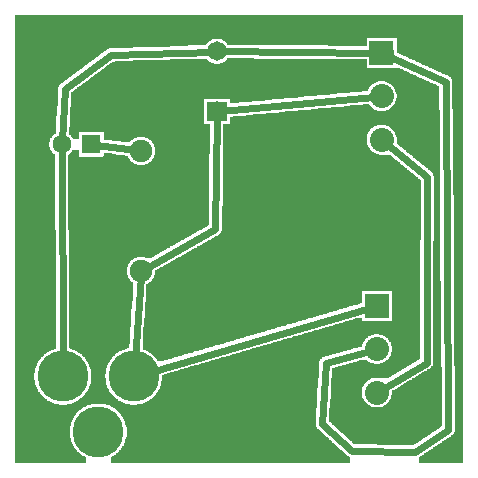
<source format=gtl>
G04 MADE WITH FRITZING*
G04 WWW.FRITZING.ORG*
G04 DOUBLE SIDED*
G04 HOLES PLATED*
G04 CONTOUR ON CENTER OF CONTOUR VECTOR*
%ASAXBY*%
%FSLAX23Y23*%
%MOIN*%
%OFA0B0*%
%SFA1.0B1.0*%
%ADD10C,0.075000*%
%ADD11C,0.080000*%
%ADD12C,0.062992*%
%ADD13C,0.065000*%
%ADD14C,0.170000*%
%ADD15R,0.062992X0.062992*%
%ADD16C,0.024000*%
%ADD17R,0.001000X0.001000*%
%LNCOPPER1*%
G90*
G70*
G54D10*
X1383Y1453D03*
G54D11*
X1262Y1408D03*
X1262Y1264D03*
X1262Y1119D03*
X1262Y1408D03*
X1262Y1264D03*
X1262Y1119D03*
G54D12*
X294Y1103D03*
X196Y1103D03*
G54D10*
X460Y1081D03*
X460Y681D03*
G54D11*
X1246Y565D03*
X1246Y421D03*
X1246Y276D03*
X1246Y565D03*
X1246Y421D03*
X1246Y276D03*
G54D13*
X713Y1413D03*
X713Y1213D03*
X713Y1413D03*
X713Y1213D03*
G54D14*
X436Y330D03*
X199Y330D03*
X317Y145D03*
X436Y330D03*
X199Y330D03*
X317Y145D03*
G54D15*
X294Y1103D03*
G54D16*
X196Y1087D02*
X199Y389D01*
D02*
X206Y1288D02*
X197Y1119D01*
D02*
X360Y1401D02*
X206Y1288D01*
D02*
X699Y1412D02*
X360Y1401D01*
D02*
X443Y1083D02*
X310Y1101D01*
D02*
X440Y389D02*
X459Y663D01*
D02*
X712Y1199D02*
X708Y821D01*
D02*
X708Y821D02*
X475Y689D01*
D02*
X1238Y1409D02*
X726Y1413D01*
D02*
X726Y1214D02*
X1238Y1261D01*
D02*
X1414Y994D02*
X1412Y376D01*
D02*
X1412Y376D02*
X1266Y288D01*
D02*
X1280Y1104D02*
X1414Y994D01*
D02*
X1375Y79D02*
X1163Y81D01*
D02*
X1064Y172D02*
X1076Y374D01*
D02*
X1076Y374D02*
X1223Y414D01*
D02*
X1163Y81D02*
X1064Y172D01*
D02*
X1476Y1310D02*
X1484Y151D01*
D02*
X1283Y1398D02*
X1476Y1310D01*
D02*
X1484Y151D02*
X1375Y79D01*
D02*
X492Y346D02*
X1223Y559D01*
G36*
X40Y1535D02*
X40Y1459D01*
X1312Y1459D01*
X1312Y1409D01*
X1316Y1409D01*
X1316Y1407D01*
X1320Y1407D01*
X1320Y1405D01*
X1324Y1405D01*
X1324Y1403D01*
X1328Y1403D01*
X1328Y1401D01*
X1334Y1401D01*
X1334Y1399D01*
X1338Y1399D01*
X1338Y1397D01*
X1342Y1397D01*
X1342Y1395D01*
X1346Y1395D01*
X1346Y1393D01*
X1350Y1393D01*
X1350Y1391D01*
X1354Y1391D01*
X1354Y1389D01*
X1360Y1389D01*
X1360Y1387D01*
X1364Y1387D01*
X1364Y1385D01*
X1368Y1385D01*
X1368Y1383D01*
X1372Y1383D01*
X1372Y1381D01*
X1376Y1381D01*
X1376Y1379D01*
X1382Y1379D01*
X1382Y1377D01*
X1386Y1377D01*
X1386Y1375D01*
X1390Y1375D01*
X1390Y1373D01*
X1394Y1373D01*
X1394Y1371D01*
X1398Y1371D01*
X1398Y1369D01*
X1402Y1369D01*
X1402Y1367D01*
X1408Y1367D01*
X1408Y1365D01*
X1412Y1365D01*
X1412Y1363D01*
X1416Y1363D01*
X1416Y1361D01*
X1420Y1361D01*
X1420Y1359D01*
X1424Y1359D01*
X1424Y1357D01*
X1430Y1357D01*
X1430Y1355D01*
X1434Y1355D01*
X1434Y1353D01*
X1438Y1353D01*
X1438Y1351D01*
X1442Y1351D01*
X1442Y1349D01*
X1446Y1349D01*
X1446Y1347D01*
X1450Y1347D01*
X1450Y1345D01*
X1456Y1345D01*
X1456Y1343D01*
X1460Y1343D01*
X1460Y1341D01*
X1464Y1341D01*
X1464Y1339D01*
X1468Y1339D01*
X1468Y1337D01*
X1472Y1337D01*
X1472Y1335D01*
X1476Y1335D01*
X1476Y1333D01*
X1482Y1333D01*
X1482Y1331D01*
X1486Y1331D01*
X1486Y1329D01*
X1490Y1329D01*
X1490Y1327D01*
X1492Y1327D01*
X1492Y1325D01*
X1494Y1325D01*
X1494Y1321D01*
X1496Y1321D01*
X1496Y1317D01*
X1498Y1317D01*
X1498Y1221D01*
X1500Y1221D01*
X1500Y935D01*
X1502Y935D01*
X1502Y649D01*
X1504Y649D01*
X1504Y363D01*
X1506Y363D01*
X1506Y143D01*
X1504Y143D01*
X1504Y139D01*
X1502Y139D01*
X1502Y137D01*
X1500Y137D01*
X1500Y135D01*
X1498Y135D01*
X1498Y133D01*
X1494Y133D01*
X1494Y131D01*
X1492Y131D01*
X1492Y129D01*
X1488Y129D01*
X1488Y127D01*
X1486Y127D01*
X1486Y125D01*
X1482Y125D01*
X1482Y123D01*
X1480Y123D01*
X1480Y121D01*
X1476Y121D01*
X1476Y119D01*
X1474Y119D01*
X1474Y117D01*
X1470Y117D01*
X1470Y115D01*
X1468Y115D01*
X1468Y113D01*
X1464Y113D01*
X1464Y111D01*
X1462Y111D01*
X1462Y109D01*
X1458Y109D01*
X1458Y107D01*
X1456Y107D01*
X1456Y105D01*
X1452Y105D01*
X1452Y103D01*
X1450Y103D01*
X1450Y101D01*
X1446Y101D01*
X1446Y99D01*
X1444Y99D01*
X1444Y97D01*
X1440Y97D01*
X1440Y95D01*
X1438Y95D01*
X1438Y93D01*
X1434Y93D01*
X1434Y91D01*
X1432Y91D01*
X1432Y89D01*
X1428Y89D01*
X1428Y87D01*
X1426Y87D01*
X1426Y85D01*
X1422Y85D01*
X1422Y83D01*
X1420Y83D01*
X1420Y81D01*
X1416Y81D01*
X1416Y79D01*
X1414Y79D01*
X1414Y77D01*
X1410Y77D01*
X1410Y75D01*
X1408Y75D01*
X1408Y73D01*
X1404Y73D01*
X1404Y71D01*
X1402Y71D01*
X1402Y69D01*
X1398Y69D01*
X1398Y67D01*
X1396Y67D01*
X1396Y65D01*
X1392Y65D01*
X1392Y63D01*
X1390Y63D01*
X1390Y61D01*
X1386Y61D01*
X1386Y41D01*
X1534Y41D01*
X1534Y1535D01*
X40Y1535D01*
G37*
D02*
G36*
X40Y1459D02*
X40Y1455D01*
X724Y1455D01*
X724Y1453D01*
X730Y1453D01*
X730Y1451D01*
X734Y1451D01*
X734Y1449D01*
X736Y1449D01*
X736Y1447D01*
X740Y1447D01*
X740Y1445D01*
X742Y1445D01*
X742Y1443D01*
X744Y1443D01*
X744Y1441D01*
X746Y1441D01*
X746Y1437D01*
X748Y1437D01*
X748Y1435D01*
X838Y1435D01*
X838Y1433D01*
X1082Y1433D01*
X1082Y1431D01*
X1212Y1431D01*
X1212Y1459D01*
X40Y1459D01*
G37*
D02*
G36*
X40Y1455D02*
X40Y235D01*
X186Y235D01*
X186Y237D01*
X176Y237D01*
X176Y239D01*
X170Y239D01*
X170Y241D01*
X164Y241D01*
X164Y243D01*
X160Y243D01*
X160Y245D01*
X156Y245D01*
X156Y247D01*
X152Y247D01*
X152Y249D01*
X148Y249D01*
X148Y251D01*
X146Y251D01*
X146Y253D01*
X142Y253D01*
X142Y255D01*
X140Y255D01*
X140Y257D01*
X138Y257D01*
X138Y259D01*
X136Y259D01*
X136Y261D01*
X134Y261D01*
X134Y263D01*
X132Y263D01*
X132Y265D01*
X130Y265D01*
X130Y267D01*
X128Y267D01*
X128Y269D01*
X126Y269D01*
X126Y271D01*
X124Y271D01*
X124Y273D01*
X122Y273D01*
X122Y277D01*
X120Y277D01*
X120Y279D01*
X118Y279D01*
X118Y283D01*
X116Y283D01*
X116Y287D01*
X114Y287D01*
X114Y291D01*
X112Y291D01*
X112Y295D01*
X110Y295D01*
X110Y301D01*
X108Y301D01*
X108Y309D01*
X106Y309D01*
X106Y319D01*
X104Y319D01*
X104Y341D01*
X106Y341D01*
X106Y351D01*
X108Y351D01*
X108Y359D01*
X110Y359D01*
X110Y365D01*
X112Y365D01*
X112Y369D01*
X114Y369D01*
X114Y373D01*
X116Y373D01*
X116Y377D01*
X118Y377D01*
X118Y381D01*
X120Y381D01*
X120Y383D01*
X122Y383D01*
X122Y387D01*
X124Y387D01*
X124Y389D01*
X126Y389D01*
X126Y391D01*
X128Y391D01*
X128Y393D01*
X130Y393D01*
X130Y395D01*
X132Y395D01*
X132Y397D01*
X134Y397D01*
X134Y399D01*
X136Y399D01*
X136Y401D01*
X138Y401D01*
X138Y403D01*
X140Y403D01*
X140Y405D01*
X142Y405D01*
X142Y407D01*
X146Y407D01*
X146Y409D01*
X148Y409D01*
X148Y411D01*
X152Y411D01*
X152Y413D01*
X156Y413D01*
X156Y415D01*
X160Y415D01*
X160Y417D01*
X164Y417D01*
X164Y419D01*
X170Y419D01*
X170Y421D01*
X176Y421D01*
X176Y817D01*
X174Y817D01*
X174Y1069D01*
X172Y1069D01*
X172Y1071D01*
X168Y1071D01*
X168Y1073D01*
X166Y1073D01*
X166Y1075D01*
X164Y1075D01*
X164Y1077D01*
X162Y1077D01*
X162Y1081D01*
X160Y1081D01*
X160Y1085D01*
X158Y1085D01*
X158Y1089D01*
X156Y1089D01*
X156Y1095D01*
X154Y1095D01*
X154Y1111D01*
X156Y1111D01*
X156Y1119D01*
X158Y1119D01*
X158Y1123D01*
X160Y1123D01*
X160Y1125D01*
X162Y1125D01*
X162Y1129D01*
X164Y1129D01*
X164Y1131D01*
X166Y1131D01*
X166Y1133D01*
X168Y1133D01*
X168Y1135D01*
X170Y1135D01*
X170Y1137D01*
X174Y1137D01*
X174Y1139D01*
X176Y1139D01*
X176Y1163D01*
X178Y1163D01*
X178Y1197D01*
X180Y1197D01*
X180Y1231D01*
X182Y1231D01*
X182Y1265D01*
X184Y1265D01*
X184Y1293D01*
X186Y1293D01*
X186Y1299D01*
X188Y1299D01*
X188Y1301D01*
X190Y1301D01*
X190Y1303D01*
X192Y1303D01*
X192Y1305D01*
X194Y1305D01*
X194Y1307D01*
X196Y1307D01*
X196Y1309D01*
X200Y1309D01*
X200Y1311D01*
X202Y1311D01*
X202Y1313D01*
X204Y1313D01*
X204Y1315D01*
X208Y1315D01*
X208Y1317D01*
X210Y1317D01*
X210Y1319D01*
X212Y1319D01*
X212Y1321D01*
X216Y1321D01*
X216Y1323D01*
X218Y1323D01*
X218Y1325D01*
X220Y1325D01*
X220Y1327D01*
X224Y1327D01*
X224Y1329D01*
X226Y1329D01*
X226Y1331D01*
X230Y1331D01*
X230Y1333D01*
X232Y1333D01*
X232Y1335D01*
X234Y1335D01*
X234Y1337D01*
X238Y1337D01*
X238Y1339D01*
X240Y1339D01*
X240Y1341D01*
X242Y1341D01*
X242Y1343D01*
X246Y1343D01*
X246Y1345D01*
X248Y1345D01*
X248Y1347D01*
X250Y1347D01*
X250Y1349D01*
X254Y1349D01*
X254Y1351D01*
X256Y1351D01*
X256Y1353D01*
X258Y1353D01*
X258Y1355D01*
X262Y1355D01*
X262Y1357D01*
X264Y1357D01*
X264Y1359D01*
X266Y1359D01*
X266Y1361D01*
X270Y1361D01*
X270Y1363D01*
X272Y1363D01*
X272Y1365D01*
X274Y1365D01*
X274Y1367D01*
X278Y1367D01*
X278Y1369D01*
X280Y1369D01*
X280Y1371D01*
X282Y1371D01*
X282Y1373D01*
X286Y1373D01*
X286Y1375D01*
X288Y1375D01*
X288Y1377D01*
X292Y1377D01*
X292Y1379D01*
X294Y1379D01*
X294Y1381D01*
X296Y1381D01*
X296Y1383D01*
X300Y1383D01*
X300Y1385D01*
X302Y1385D01*
X302Y1387D01*
X304Y1387D01*
X304Y1389D01*
X308Y1389D01*
X308Y1391D01*
X310Y1391D01*
X310Y1393D01*
X312Y1393D01*
X312Y1395D01*
X316Y1395D01*
X316Y1397D01*
X318Y1397D01*
X318Y1399D01*
X320Y1399D01*
X320Y1401D01*
X324Y1401D01*
X324Y1403D01*
X326Y1403D01*
X326Y1405D01*
X328Y1405D01*
X328Y1407D01*
X332Y1407D01*
X332Y1409D01*
X334Y1409D01*
X334Y1411D01*
X336Y1411D01*
X336Y1413D01*
X340Y1413D01*
X340Y1415D01*
X342Y1415D01*
X342Y1417D01*
X344Y1417D01*
X344Y1419D01*
X348Y1419D01*
X348Y1421D01*
X352Y1421D01*
X352Y1423D01*
X370Y1423D01*
X370Y1425D01*
X432Y1425D01*
X432Y1427D01*
X494Y1427D01*
X494Y1429D01*
X556Y1429D01*
X556Y1431D01*
X618Y1431D01*
X618Y1433D01*
X676Y1433D01*
X676Y1435D01*
X678Y1435D01*
X678Y1439D01*
X680Y1439D01*
X680Y1441D01*
X682Y1441D01*
X682Y1443D01*
X684Y1443D01*
X684Y1445D01*
X686Y1445D01*
X686Y1447D01*
X688Y1447D01*
X688Y1449D01*
X692Y1449D01*
X692Y1451D01*
X696Y1451D01*
X696Y1453D01*
X702Y1453D01*
X702Y1455D01*
X40Y1455D01*
G37*
D02*
G36*
X748Y1391D02*
X748Y1389D01*
X746Y1389D01*
X746Y1385D01*
X744Y1385D01*
X744Y1383D01*
X742Y1383D01*
X742Y1381D01*
X740Y1381D01*
X740Y1379D01*
X736Y1379D01*
X736Y1377D01*
X734Y1377D01*
X734Y1375D01*
X730Y1375D01*
X730Y1373D01*
X722Y1373D01*
X722Y1371D01*
X1212Y1371D01*
X1212Y1387D01*
X1082Y1387D01*
X1082Y1389D01*
X836Y1389D01*
X836Y1391D01*
X748Y1391D01*
G37*
D02*
G36*
X620Y1389D02*
X620Y1387D01*
X558Y1387D01*
X558Y1385D01*
X496Y1385D01*
X496Y1383D01*
X434Y1383D01*
X434Y1381D01*
X372Y1381D01*
X372Y1379D01*
X364Y1379D01*
X364Y1377D01*
X362Y1377D01*
X362Y1375D01*
X360Y1375D01*
X360Y1373D01*
X356Y1373D01*
X356Y1371D01*
X702Y1371D01*
X702Y1373D01*
X696Y1373D01*
X696Y1375D01*
X692Y1375D01*
X692Y1377D01*
X688Y1377D01*
X688Y1379D01*
X686Y1379D01*
X686Y1381D01*
X684Y1381D01*
X684Y1383D01*
X682Y1383D01*
X682Y1385D01*
X680Y1385D01*
X680Y1387D01*
X678Y1387D01*
X678Y1389D01*
X620Y1389D01*
G37*
D02*
G36*
X354Y1371D02*
X354Y1369D01*
X1212Y1369D01*
X1212Y1371D01*
X354Y1371D01*
G37*
D02*
G36*
X354Y1371D02*
X354Y1369D01*
X1212Y1369D01*
X1212Y1371D01*
X354Y1371D01*
G37*
D02*
G36*
X352Y1369D02*
X352Y1367D01*
X348Y1367D01*
X348Y1365D01*
X346Y1365D01*
X346Y1363D01*
X344Y1363D01*
X344Y1361D01*
X340Y1361D01*
X340Y1359D01*
X338Y1359D01*
X338Y1357D01*
X336Y1357D01*
X336Y1355D01*
X332Y1355D01*
X332Y1353D01*
X330Y1353D01*
X330Y1351D01*
X328Y1351D01*
X328Y1349D01*
X324Y1349D01*
X324Y1347D01*
X322Y1347D01*
X322Y1345D01*
X320Y1345D01*
X320Y1343D01*
X316Y1343D01*
X316Y1341D01*
X314Y1341D01*
X314Y1339D01*
X310Y1339D01*
X310Y1337D01*
X308Y1337D01*
X308Y1335D01*
X306Y1335D01*
X306Y1333D01*
X302Y1333D01*
X302Y1331D01*
X300Y1331D01*
X300Y1329D01*
X298Y1329D01*
X298Y1327D01*
X294Y1327D01*
X294Y1325D01*
X292Y1325D01*
X292Y1323D01*
X290Y1323D01*
X290Y1321D01*
X286Y1321D01*
X286Y1319D01*
X284Y1319D01*
X284Y1317D01*
X282Y1317D01*
X282Y1315D01*
X278Y1315D01*
X278Y1313D01*
X1274Y1313D01*
X1274Y1311D01*
X1280Y1311D01*
X1280Y1309D01*
X1284Y1309D01*
X1284Y1307D01*
X1288Y1307D01*
X1288Y1305D01*
X1292Y1305D01*
X1292Y1303D01*
X1294Y1303D01*
X1294Y1301D01*
X1296Y1301D01*
X1296Y1299D01*
X1298Y1299D01*
X1298Y1297D01*
X1300Y1297D01*
X1300Y1295D01*
X1302Y1295D01*
X1302Y1291D01*
X1304Y1291D01*
X1304Y1289D01*
X1306Y1289D01*
X1306Y1285D01*
X1308Y1285D01*
X1308Y1279D01*
X1310Y1279D01*
X1310Y1271D01*
X1312Y1271D01*
X1312Y1257D01*
X1310Y1257D01*
X1310Y1247D01*
X1308Y1247D01*
X1308Y1243D01*
X1306Y1243D01*
X1306Y1239D01*
X1304Y1239D01*
X1304Y1235D01*
X1302Y1235D01*
X1302Y1233D01*
X1300Y1233D01*
X1300Y1231D01*
X1298Y1231D01*
X1298Y1229D01*
X1296Y1229D01*
X1296Y1227D01*
X1294Y1227D01*
X1294Y1225D01*
X1292Y1225D01*
X1292Y1223D01*
X1290Y1223D01*
X1290Y1221D01*
X1286Y1221D01*
X1286Y1219D01*
X1282Y1219D01*
X1282Y1217D01*
X1276Y1217D01*
X1276Y1215D01*
X1266Y1215D01*
X1266Y1213D01*
X1456Y1213D01*
X1456Y1219D01*
X1454Y1219D01*
X1454Y1297D01*
X1450Y1297D01*
X1450Y1299D01*
X1446Y1299D01*
X1446Y1301D01*
X1442Y1301D01*
X1442Y1303D01*
X1436Y1303D01*
X1436Y1305D01*
X1432Y1305D01*
X1432Y1307D01*
X1428Y1307D01*
X1428Y1309D01*
X1424Y1309D01*
X1424Y1311D01*
X1420Y1311D01*
X1420Y1313D01*
X1416Y1313D01*
X1416Y1315D01*
X1410Y1315D01*
X1410Y1317D01*
X1406Y1317D01*
X1406Y1319D01*
X1402Y1319D01*
X1402Y1321D01*
X1398Y1321D01*
X1398Y1323D01*
X1394Y1323D01*
X1394Y1325D01*
X1388Y1325D01*
X1388Y1327D01*
X1384Y1327D01*
X1384Y1329D01*
X1380Y1329D01*
X1380Y1331D01*
X1376Y1331D01*
X1376Y1333D01*
X1372Y1333D01*
X1372Y1335D01*
X1368Y1335D01*
X1368Y1337D01*
X1362Y1337D01*
X1362Y1339D01*
X1358Y1339D01*
X1358Y1341D01*
X1354Y1341D01*
X1354Y1343D01*
X1350Y1343D01*
X1350Y1345D01*
X1346Y1345D01*
X1346Y1347D01*
X1340Y1347D01*
X1340Y1349D01*
X1336Y1349D01*
X1336Y1351D01*
X1332Y1351D01*
X1332Y1353D01*
X1328Y1353D01*
X1328Y1355D01*
X1324Y1355D01*
X1324Y1357D01*
X1320Y1357D01*
X1320Y1359D01*
X1212Y1359D01*
X1212Y1369D01*
X352Y1369D01*
G37*
D02*
G36*
X276Y1313D02*
X276Y1311D01*
X274Y1311D01*
X274Y1309D01*
X270Y1309D01*
X270Y1307D01*
X268Y1307D01*
X268Y1305D01*
X266Y1305D01*
X266Y1303D01*
X262Y1303D01*
X262Y1301D01*
X260Y1301D01*
X260Y1299D01*
X258Y1299D01*
X258Y1297D01*
X254Y1297D01*
X254Y1295D01*
X252Y1295D01*
X252Y1293D01*
X248Y1293D01*
X248Y1291D01*
X246Y1291D01*
X246Y1289D01*
X244Y1289D01*
X244Y1287D01*
X240Y1287D01*
X240Y1285D01*
X238Y1285D01*
X238Y1283D01*
X236Y1283D01*
X236Y1281D01*
X232Y1281D01*
X232Y1279D01*
X230Y1279D01*
X230Y1277D01*
X228Y1277D01*
X228Y1263D01*
X226Y1263D01*
X226Y1255D01*
X756Y1255D01*
X756Y1241D01*
X788Y1241D01*
X788Y1243D01*
X808Y1243D01*
X808Y1245D01*
X830Y1245D01*
X830Y1247D01*
X852Y1247D01*
X852Y1249D01*
X874Y1249D01*
X874Y1251D01*
X896Y1251D01*
X896Y1253D01*
X918Y1253D01*
X918Y1255D01*
X938Y1255D01*
X938Y1257D01*
X960Y1257D01*
X960Y1259D01*
X982Y1259D01*
X982Y1261D01*
X1004Y1261D01*
X1004Y1263D01*
X1026Y1263D01*
X1026Y1265D01*
X1046Y1265D01*
X1046Y1267D01*
X1068Y1267D01*
X1068Y1269D01*
X1090Y1269D01*
X1090Y1271D01*
X1112Y1271D01*
X1112Y1273D01*
X1134Y1273D01*
X1134Y1275D01*
X1156Y1275D01*
X1156Y1277D01*
X1176Y1277D01*
X1176Y1279D01*
X1198Y1279D01*
X1198Y1281D01*
X1216Y1281D01*
X1216Y1285D01*
X1218Y1285D01*
X1218Y1289D01*
X1220Y1289D01*
X1220Y1293D01*
X1222Y1293D01*
X1222Y1295D01*
X1224Y1295D01*
X1224Y1297D01*
X1226Y1297D01*
X1226Y1299D01*
X1228Y1299D01*
X1228Y1301D01*
X1230Y1301D01*
X1230Y1303D01*
X1232Y1303D01*
X1232Y1305D01*
X1236Y1305D01*
X1236Y1307D01*
X1240Y1307D01*
X1240Y1309D01*
X1242Y1309D01*
X1242Y1311D01*
X1250Y1311D01*
X1250Y1313D01*
X276Y1313D01*
G37*
D02*
G36*
X226Y1255D02*
X226Y1229D01*
X224Y1229D01*
X224Y1195D01*
X222Y1195D01*
X222Y1161D01*
X220Y1161D01*
X220Y1145D01*
X336Y1145D01*
X336Y1129D01*
X466Y1129D01*
X466Y1127D01*
X474Y1127D01*
X474Y1125D01*
X480Y1125D01*
X480Y1123D01*
X484Y1123D01*
X484Y1121D01*
X486Y1121D01*
X486Y1119D01*
X490Y1119D01*
X490Y1117D01*
X492Y1117D01*
X492Y1115D01*
X494Y1115D01*
X494Y1113D01*
X496Y1113D01*
X496Y1111D01*
X498Y1111D01*
X498Y1107D01*
X500Y1107D01*
X500Y1105D01*
X502Y1105D01*
X502Y1101D01*
X504Y1101D01*
X504Y1095D01*
X506Y1095D01*
X506Y1087D01*
X508Y1087D01*
X508Y1075D01*
X506Y1075D01*
X506Y1067D01*
X504Y1067D01*
X504Y1061D01*
X502Y1061D01*
X502Y1057D01*
X500Y1057D01*
X500Y1055D01*
X498Y1055D01*
X498Y1051D01*
X496Y1051D01*
X496Y1049D01*
X494Y1049D01*
X494Y1047D01*
X492Y1047D01*
X492Y1045D01*
X490Y1045D01*
X490Y1043D01*
X486Y1043D01*
X486Y1041D01*
X484Y1041D01*
X484Y1039D01*
X480Y1039D01*
X480Y1037D01*
X474Y1037D01*
X474Y1035D01*
X466Y1035D01*
X466Y1033D01*
X688Y1033D01*
X688Y1071D01*
X690Y1071D01*
X690Y1171D01*
X670Y1171D01*
X670Y1255D01*
X226Y1255D01*
G37*
D02*
G36*
X1200Y1237D02*
X1200Y1235D01*
X1180Y1235D01*
X1180Y1233D01*
X1158Y1233D01*
X1158Y1231D01*
X1136Y1231D01*
X1136Y1229D01*
X1114Y1229D01*
X1114Y1227D01*
X1092Y1227D01*
X1092Y1225D01*
X1070Y1225D01*
X1070Y1223D01*
X1050Y1223D01*
X1050Y1221D01*
X1028Y1221D01*
X1028Y1219D01*
X1006Y1219D01*
X1006Y1217D01*
X984Y1217D01*
X984Y1215D01*
X962Y1215D01*
X962Y1213D01*
X1256Y1213D01*
X1256Y1215D01*
X1246Y1215D01*
X1246Y1217D01*
X1242Y1217D01*
X1242Y1219D01*
X1238Y1219D01*
X1238Y1221D01*
X1234Y1221D01*
X1234Y1223D01*
X1232Y1223D01*
X1232Y1225D01*
X1230Y1225D01*
X1230Y1227D01*
X1226Y1227D01*
X1226Y1231D01*
X1224Y1231D01*
X1224Y1233D01*
X1222Y1233D01*
X1222Y1235D01*
X1220Y1235D01*
X1220Y1237D01*
X1200Y1237D01*
G37*
D02*
G36*
X940Y1213D02*
X940Y1211D01*
X1456Y1211D01*
X1456Y1213D01*
X940Y1213D01*
G37*
D02*
G36*
X940Y1213D02*
X940Y1211D01*
X1456Y1211D01*
X1456Y1213D01*
X940Y1213D01*
G37*
D02*
G36*
X920Y1211D02*
X920Y1209D01*
X898Y1209D01*
X898Y1207D01*
X876Y1207D01*
X876Y1205D01*
X854Y1205D01*
X854Y1203D01*
X832Y1203D01*
X832Y1201D01*
X810Y1201D01*
X810Y1199D01*
X790Y1199D01*
X790Y1197D01*
X768Y1197D01*
X768Y1195D01*
X756Y1195D01*
X756Y1171D01*
X734Y1171D01*
X734Y1169D01*
X1270Y1169D01*
X1270Y1167D01*
X1278Y1167D01*
X1278Y1165D01*
X1284Y1165D01*
X1284Y1163D01*
X1286Y1163D01*
X1286Y1161D01*
X1290Y1161D01*
X1290Y1159D01*
X1292Y1159D01*
X1292Y1157D01*
X1294Y1157D01*
X1294Y1155D01*
X1298Y1155D01*
X1298Y1151D01*
X1300Y1151D01*
X1300Y1149D01*
X1302Y1149D01*
X1302Y1147D01*
X1304Y1147D01*
X1304Y1143D01*
X1306Y1143D01*
X1306Y1139D01*
X1308Y1139D01*
X1308Y1135D01*
X1310Y1135D01*
X1310Y1127D01*
X1312Y1127D01*
X1312Y1105D01*
X1314Y1105D01*
X1314Y1103D01*
X1318Y1103D01*
X1318Y1101D01*
X1320Y1101D01*
X1320Y1099D01*
X1322Y1099D01*
X1322Y1097D01*
X1324Y1097D01*
X1324Y1095D01*
X1326Y1095D01*
X1326Y1093D01*
X1330Y1093D01*
X1330Y1091D01*
X1332Y1091D01*
X1332Y1089D01*
X1334Y1089D01*
X1334Y1087D01*
X1336Y1087D01*
X1336Y1085D01*
X1340Y1085D01*
X1340Y1083D01*
X1342Y1083D01*
X1342Y1081D01*
X1344Y1081D01*
X1344Y1079D01*
X1346Y1079D01*
X1346Y1077D01*
X1348Y1077D01*
X1348Y1075D01*
X1352Y1075D01*
X1352Y1073D01*
X1354Y1073D01*
X1354Y1071D01*
X1356Y1071D01*
X1356Y1069D01*
X1358Y1069D01*
X1358Y1067D01*
X1362Y1067D01*
X1362Y1065D01*
X1364Y1065D01*
X1364Y1063D01*
X1366Y1063D01*
X1366Y1061D01*
X1368Y1061D01*
X1368Y1059D01*
X1370Y1059D01*
X1370Y1057D01*
X1374Y1057D01*
X1374Y1055D01*
X1376Y1055D01*
X1376Y1053D01*
X1378Y1053D01*
X1378Y1051D01*
X1380Y1051D01*
X1380Y1049D01*
X1384Y1049D01*
X1384Y1047D01*
X1386Y1047D01*
X1386Y1045D01*
X1388Y1045D01*
X1388Y1043D01*
X1390Y1043D01*
X1390Y1041D01*
X1394Y1041D01*
X1394Y1039D01*
X1396Y1039D01*
X1396Y1037D01*
X1398Y1037D01*
X1398Y1035D01*
X1400Y1035D01*
X1400Y1033D01*
X1402Y1033D01*
X1402Y1031D01*
X1406Y1031D01*
X1406Y1029D01*
X1408Y1029D01*
X1408Y1027D01*
X1410Y1027D01*
X1410Y1025D01*
X1412Y1025D01*
X1412Y1023D01*
X1416Y1023D01*
X1416Y1021D01*
X1418Y1021D01*
X1418Y1019D01*
X1420Y1019D01*
X1420Y1017D01*
X1422Y1017D01*
X1422Y1015D01*
X1424Y1015D01*
X1424Y1013D01*
X1428Y1013D01*
X1428Y1011D01*
X1430Y1011D01*
X1430Y1009D01*
X1432Y1009D01*
X1432Y1005D01*
X1434Y1005D01*
X1434Y999D01*
X1436Y999D01*
X1436Y781D01*
X1434Y781D01*
X1434Y371D01*
X1432Y371D01*
X1432Y365D01*
X1430Y365D01*
X1430Y363D01*
X1428Y363D01*
X1428Y361D01*
X1426Y361D01*
X1426Y359D01*
X1424Y359D01*
X1424Y357D01*
X1422Y357D01*
X1422Y355D01*
X1418Y355D01*
X1418Y353D01*
X1414Y353D01*
X1414Y351D01*
X1412Y351D01*
X1412Y349D01*
X1408Y349D01*
X1408Y347D01*
X1404Y347D01*
X1404Y345D01*
X1402Y345D01*
X1402Y343D01*
X1398Y343D01*
X1398Y341D01*
X1394Y341D01*
X1394Y339D01*
X1392Y339D01*
X1392Y337D01*
X1388Y337D01*
X1388Y335D01*
X1384Y335D01*
X1384Y333D01*
X1382Y333D01*
X1382Y331D01*
X1378Y331D01*
X1378Y329D01*
X1374Y329D01*
X1374Y327D01*
X1372Y327D01*
X1372Y325D01*
X1368Y325D01*
X1368Y323D01*
X1364Y323D01*
X1364Y321D01*
X1362Y321D01*
X1362Y319D01*
X1358Y319D01*
X1358Y317D01*
X1354Y317D01*
X1354Y315D01*
X1352Y315D01*
X1352Y313D01*
X1348Y313D01*
X1348Y311D01*
X1344Y311D01*
X1344Y309D01*
X1342Y309D01*
X1342Y307D01*
X1338Y307D01*
X1338Y305D01*
X1334Y305D01*
X1334Y303D01*
X1332Y303D01*
X1332Y301D01*
X1328Y301D01*
X1328Y299D01*
X1326Y299D01*
X1326Y297D01*
X1322Y297D01*
X1322Y295D01*
X1318Y295D01*
X1318Y293D01*
X1316Y293D01*
X1316Y291D01*
X1312Y291D01*
X1312Y289D01*
X1308Y289D01*
X1308Y287D01*
X1306Y287D01*
X1306Y285D01*
X1302Y285D01*
X1302Y283D01*
X1298Y283D01*
X1298Y281D01*
X1296Y281D01*
X1296Y267D01*
X1294Y267D01*
X1294Y259D01*
X1292Y259D01*
X1292Y255D01*
X1290Y255D01*
X1290Y251D01*
X1288Y251D01*
X1288Y247D01*
X1286Y247D01*
X1286Y245D01*
X1284Y245D01*
X1284Y243D01*
X1282Y243D01*
X1282Y241D01*
X1280Y241D01*
X1280Y239D01*
X1278Y239D01*
X1278Y237D01*
X1276Y237D01*
X1276Y235D01*
X1272Y235D01*
X1272Y233D01*
X1270Y233D01*
X1270Y231D01*
X1266Y231D01*
X1266Y229D01*
X1260Y229D01*
X1260Y227D01*
X1462Y227D01*
X1462Y361D01*
X1460Y361D01*
X1460Y647D01*
X1458Y647D01*
X1458Y933D01*
X1456Y933D01*
X1456Y1211D01*
X920Y1211D01*
G37*
D02*
G36*
X734Y1169D02*
X734Y1069D01*
X732Y1069D01*
X732Y899D01*
X730Y899D01*
X730Y815D01*
X728Y815D01*
X728Y809D01*
X726Y809D01*
X726Y807D01*
X724Y807D01*
X724Y805D01*
X722Y805D01*
X722Y803D01*
X720Y803D01*
X720Y801D01*
X716Y801D01*
X716Y799D01*
X712Y799D01*
X712Y797D01*
X708Y797D01*
X708Y795D01*
X706Y795D01*
X706Y793D01*
X702Y793D01*
X702Y791D01*
X698Y791D01*
X698Y789D01*
X694Y789D01*
X694Y787D01*
X692Y787D01*
X692Y785D01*
X688Y785D01*
X688Y783D01*
X684Y783D01*
X684Y781D01*
X680Y781D01*
X680Y779D01*
X676Y779D01*
X676Y777D01*
X674Y777D01*
X674Y775D01*
X670Y775D01*
X670Y773D01*
X666Y773D01*
X666Y771D01*
X662Y771D01*
X662Y769D01*
X660Y769D01*
X660Y767D01*
X656Y767D01*
X656Y765D01*
X652Y765D01*
X652Y763D01*
X648Y763D01*
X648Y761D01*
X646Y761D01*
X646Y759D01*
X642Y759D01*
X642Y757D01*
X638Y757D01*
X638Y755D01*
X634Y755D01*
X634Y753D01*
X630Y753D01*
X630Y751D01*
X628Y751D01*
X628Y749D01*
X624Y749D01*
X624Y747D01*
X620Y747D01*
X620Y745D01*
X616Y745D01*
X616Y743D01*
X614Y743D01*
X614Y741D01*
X610Y741D01*
X610Y739D01*
X606Y739D01*
X606Y737D01*
X602Y737D01*
X602Y735D01*
X598Y735D01*
X598Y733D01*
X596Y733D01*
X596Y731D01*
X592Y731D01*
X592Y729D01*
X588Y729D01*
X588Y727D01*
X584Y727D01*
X584Y725D01*
X582Y725D01*
X582Y723D01*
X578Y723D01*
X578Y721D01*
X574Y721D01*
X574Y719D01*
X570Y719D01*
X570Y717D01*
X566Y717D01*
X566Y715D01*
X564Y715D01*
X564Y713D01*
X560Y713D01*
X560Y711D01*
X556Y711D01*
X556Y709D01*
X552Y709D01*
X552Y707D01*
X550Y707D01*
X550Y705D01*
X546Y705D01*
X546Y703D01*
X542Y703D01*
X542Y701D01*
X538Y701D01*
X538Y699D01*
X534Y699D01*
X534Y697D01*
X532Y697D01*
X532Y695D01*
X528Y695D01*
X528Y693D01*
X524Y693D01*
X524Y691D01*
X520Y691D01*
X520Y689D01*
X518Y689D01*
X518Y687D01*
X514Y687D01*
X514Y685D01*
X510Y685D01*
X510Y683D01*
X508Y683D01*
X508Y675D01*
X506Y675D01*
X506Y667D01*
X504Y667D01*
X504Y661D01*
X502Y661D01*
X502Y657D01*
X500Y657D01*
X500Y655D01*
X498Y655D01*
X498Y651D01*
X496Y651D01*
X496Y649D01*
X494Y649D01*
X494Y647D01*
X492Y647D01*
X492Y645D01*
X490Y645D01*
X490Y643D01*
X486Y643D01*
X486Y641D01*
X484Y641D01*
X484Y639D01*
X480Y639D01*
X480Y637D01*
X478Y637D01*
X478Y615D01*
X1296Y615D01*
X1296Y515D01*
X1390Y515D01*
X1390Y785D01*
X1392Y785D01*
X1392Y985D01*
X1390Y985D01*
X1390Y987D01*
X1388Y987D01*
X1388Y989D01*
X1384Y989D01*
X1384Y991D01*
X1382Y991D01*
X1382Y993D01*
X1380Y993D01*
X1380Y995D01*
X1378Y995D01*
X1378Y997D01*
X1374Y997D01*
X1374Y999D01*
X1372Y999D01*
X1372Y1001D01*
X1370Y1001D01*
X1370Y1003D01*
X1368Y1003D01*
X1368Y1005D01*
X1366Y1005D01*
X1366Y1007D01*
X1362Y1007D01*
X1362Y1009D01*
X1360Y1009D01*
X1360Y1011D01*
X1358Y1011D01*
X1358Y1013D01*
X1356Y1013D01*
X1356Y1015D01*
X1352Y1015D01*
X1352Y1017D01*
X1350Y1017D01*
X1350Y1019D01*
X1348Y1019D01*
X1348Y1021D01*
X1346Y1021D01*
X1346Y1023D01*
X1344Y1023D01*
X1344Y1025D01*
X1340Y1025D01*
X1340Y1027D01*
X1338Y1027D01*
X1338Y1029D01*
X1336Y1029D01*
X1336Y1031D01*
X1334Y1031D01*
X1334Y1033D01*
X1330Y1033D01*
X1330Y1035D01*
X1328Y1035D01*
X1328Y1037D01*
X1326Y1037D01*
X1326Y1039D01*
X1324Y1039D01*
X1324Y1041D01*
X1322Y1041D01*
X1322Y1043D01*
X1318Y1043D01*
X1318Y1045D01*
X1316Y1045D01*
X1316Y1047D01*
X1314Y1047D01*
X1314Y1049D01*
X1312Y1049D01*
X1312Y1051D01*
X1308Y1051D01*
X1308Y1053D01*
X1306Y1053D01*
X1306Y1055D01*
X1304Y1055D01*
X1304Y1057D01*
X1302Y1057D01*
X1302Y1059D01*
X1300Y1059D01*
X1300Y1061D01*
X1296Y1061D01*
X1296Y1063D01*
X1294Y1063D01*
X1294Y1065D01*
X1292Y1065D01*
X1292Y1067D01*
X1290Y1067D01*
X1290Y1069D01*
X1252Y1069D01*
X1252Y1071D01*
X1244Y1071D01*
X1244Y1073D01*
X1240Y1073D01*
X1240Y1075D01*
X1236Y1075D01*
X1236Y1077D01*
X1234Y1077D01*
X1234Y1079D01*
X1230Y1079D01*
X1230Y1081D01*
X1228Y1081D01*
X1228Y1083D01*
X1226Y1083D01*
X1226Y1085D01*
X1224Y1085D01*
X1224Y1087D01*
X1222Y1087D01*
X1222Y1091D01*
X1220Y1091D01*
X1220Y1093D01*
X1218Y1093D01*
X1218Y1097D01*
X1216Y1097D01*
X1216Y1101D01*
X1214Y1101D01*
X1214Y1109D01*
X1212Y1109D01*
X1212Y1129D01*
X1214Y1129D01*
X1214Y1137D01*
X1216Y1137D01*
X1216Y1141D01*
X1218Y1141D01*
X1218Y1145D01*
X1220Y1145D01*
X1220Y1147D01*
X1222Y1147D01*
X1222Y1151D01*
X1224Y1151D01*
X1224Y1153D01*
X1226Y1153D01*
X1226Y1155D01*
X1228Y1155D01*
X1228Y1157D01*
X1230Y1157D01*
X1230Y1159D01*
X1234Y1159D01*
X1234Y1161D01*
X1236Y1161D01*
X1236Y1163D01*
X1240Y1163D01*
X1240Y1165D01*
X1246Y1165D01*
X1246Y1167D01*
X1252Y1167D01*
X1252Y1169D01*
X734Y1169D01*
G37*
D02*
G36*
X220Y1145D02*
X220Y1135D01*
X224Y1135D01*
X224Y1133D01*
X226Y1133D01*
X226Y1131D01*
X228Y1131D01*
X228Y1127D01*
X230Y1127D01*
X230Y1125D01*
X232Y1125D01*
X232Y1121D01*
X252Y1121D01*
X252Y1145D01*
X220Y1145D01*
G37*
D02*
G36*
X336Y1129D02*
X336Y1119D01*
X350Y1119D01*
X350Y1117D01*
X364Y1117D01*
X364Y1115D01*
X380Y1115D01*
X380Y1113D01*
X394Y1113D01*
X394Y1111D01*
X424Y1111D01*
X424Y1113D01*
X426Y1113D01*
X426Y1115D01*
X428Y1115D01*
X428Y1117D01*
X430Y1117D01*
X430Y1119D01*
X434Y1119D01*
X434Y1121D01*
X436Y1121D01*
X436Y1123D01*
X440Y1123D01*
X440Y1125D01*
X446Y1125D01*
X446Y1127D01*
X454Y1127D01*
X454Y1129D01*
X336Y1129D01*
G37*
D02*
G36*
X232Y1085D02*
X232Y1083D01*
X230Y1083D01*
X230Y1079D01*
X228Y1079D01*
X228Y1077D01*
X226Y1077D01*
X226Y1075D01*
X224Y1075D01*
X224Y1073D01*
X222Y1073D01*
X222Y1071D01*
X220Y1071D01*
X220Y1069D01*
X218Y1069D01*
X218Y1061D01*
X254Y1061D01*
X254Y1063D01*
X252Y1063D01*
X252Y1085D01*
X232Y1085D01*
G37*
D02*
G36*
X336Y1073D02*
X336Y1063D01*
X334Y1063D01*
X334Y1061D01*
X416Y1061D01*
X416Y1065D01*
X406Y1065D01*
X406Y1067D01*
X392Y1067D01*
X392Y1069D01*
X376Y1069D01*
X376Y1071D01*
X362Y1071D01*
X362Y1073D01*
X336Y1073D01*
G37*
D02*
G36*
X218Y1061D02*
X218Y1059D01*
X418Y1059D01*
X418Y1061D01*
X218Y1061D01*
G37*
D02*
G36*
X218Y1061D02*
X218Y1059D01*
X418Y1059D01*
X418Y1061D01*
X218Y1061D01*
G37*
D02*
G36*
X218Y1059D02*
X218Y1033D01*
X454Y1033D01*
X454Y1035D01*
X446Y1035D01*
X446Y1037D01*
X440Y1037D01*
X440Y1039D01*
X436Y1039D01*
X436Y1041D01*
X434Y1041D01*
X434Y1043D01*
X430Y1043D01*
X430Y1045D01*
X428Y1045D01*
X428Y1047D01*
X426Y1047D01*
X426Y1049D01*
X424Y1049D01*
X424Y1051D01*
X422Y1051D01*
X422Y1055D01*
X420Y1055D01*
X420Y1057D01*
X418Y1057D01*
X418Y1059D01*
X218Y1059D01*
G37*
D02*
G36*
X218Y1033D02*
X218Y1031D01*
X688Y1031D01*
X688Y1033D01*
X218Y1033D01*
G37*
D02*
G36*
X218Y1033D02*
X218Y1031D01*
X688Y1031D01*
X688Y1033D01*
X218Y1033D01*
G37*
D02*
G36*
X218Y1031D02*
X218Y819D01*
X220Y819D01*
X220Y729D01*
X466Y729D01*
X466Y727D01*
X474Y727D01*
X474Y725D01*
X496Y725D01*
X496Y727D01*
X498Y727D01*
X498Y729D01*
X502Y729D01*
X502Y731D01*
X506Y731D01*
X506Y733D01*
X510Y733D01*
X510Y735D01*
X512Y735D01*
X512Y737D01*
X516Y737D01*
X516Y739D01*
X520Y739D01*
X520Y741D01*
X524Y741D01*
X524Y743D01*
X526Y743D01*
X526Y745D01*
X530Y745D01*
X530Y747D01*
X534Y747D01*
X534Y749D01*
X538Y749D01*
X538Y751D01*
X542Y751D01*
X542Y753D01*
X544Y753D01*
X544Y755D01*
X548Y755D01*
X548Y757D01*
X552Y757D01*
X552Y759D01*
X556Y759D01*
X556Y761D01*
X558Y761D01*
X558Y763D01*
X562Y763D01*
X562Y765D01*
X566Y765D01*
X566Y767D01*
X570Y767D01*
X570Y769D01*
X574Y769D01*
X574Y771D01*
X576Y771D01*
X576Y773D01*
X580Y773D01*
X580Y775D01*
X584Y775D01*
X584Y777D01*
X588Y777D01*
X588Y779D01*
X590Y779D01*
X590Y781D01*
X594Y781D01*
X594Y783D01*
X598Y783D01*
X598Y785D01*
X602Y785D01*
X602Y787D01*
X606Y787D01*
X606Y789D01*
X608Y789D01*
X608Y791D01*
X612Y791D01*
X612Y793D01*
X616Y793D01*
X616Y795D01*
X620Y795D01*
X620Y797D01*
X622Y797D01*
X622Y799D01*
X626Y799D01*
X626Y801D01*
X630Y801D01*
X630Y803D01*
X634Y803D01*
X634Y805D01*
X638Y805D01*
X638Y807D01*
X640Y807D01*
X640Y809D01*
X644Y809D01*
X644Y811D01*
X648Y811D01*
X648Y813D01*
X652Y813D01*
X652Y815D01*
X654Y815D01*
X654Y817D01*
X658Y817D01*
X658Y819D01*
X662Y819D01*
X662Y821D01*
X666Y821D01*
X666Y823D01*
X668Y823D01*
X668Y825D01*
X672Y825D01*
X672Y827D01*
X676Y827D01*
X676Y829D01*
X680Y829D01*
X680Y831D01*
X684Y831D01*
X684Y833D01*
X686Y833D01*
X686Y899D01*
X688Y899D01*
X688Y1031D01*
X218Y1031D01*
G37*
D02*
G36*
X220Y729D02*
X220Y423D01*
X222Y423D01*
X222Y421D01*
X230Y421D01*
X230Y419D01*
X234Y419D01*
X234Y417D01*
X240Y417D01*
X240Y415D01*
X244Y415D01*
X244Y413D01*
X246Y413D01*
X246Y411D01*
X250Y411D01*
X250Y409D01*
X254Y409D01*
X254Y407D01*
X256Y407D01*
X256Y405D01*
X258Y405D01*
X258Y403D01*
X262Y403D01*
X262Y401D01*
X264Y401D01*
X264Y399D01*
X266Y399D01*
X266Y397D01*
X268Y397D01*
X268Y395D01*
X270Y395D01*
X270Y393D01*
X272Y393D01*
X272Y389D01*
X274Y389D01*
X274Y387D01*
X276Y387D01*
X276Y385D01*
X278Y385D01*
X278Y381D01*
X280Y381D01*
X280Y379D01*
X282Y379D01*
X282Y375D01*
X284Y375D01*
X284Y371D01*
X286Y371D01*
X286Y367D01*
X288Y367D01*
X288Y361D01*
X290Y361D01*
X290Y355D01*
X292Y355D01*
X292Y345D01*
X294Y345D01*
X294Y315D01*
X292Y315D01*
X292Y305D01*
X290Y305D01*
X290Y299D01*
X288Y299D01*
X288Y293D01*
X286Y293D01*
X286Y289D01*
X284Y289D01*
X284Y285D01*
X282Y285D01*
X282Y281D01*
X280Y281D01*
X280Y279D01*
X278Y279D01*
X278Y275D01*
X276Y275D01*
X276Y273D01*
X274Y273D01*
X274Y271D01*
X272Y271D01*
X272Y267D01*
X270Y267D01*
X270Y265D01*
X268Y265D01*
X268Y263D01*
X266Y263D01*
X266Y261D01*
X264Y261D01*
X264Y259D01*
X262Y259D01*
X262Y257D01*
X258Y257D01*
X258Y255D01*
X256Y255D01*
X256Y253D01*
X254Y253D01*
X254Y251D01*
X250Y251D01*
X250Y249D01*
X248Y249D01*
X248Y247D01*
X244Y247D01*
X244Y245D01*
X240Y245D01*
X240Y243D01*
X236Y243D01*
X236Y241D01*
X230Y241D01*
X230Y239D01*
X336Y239D01*
X336Y237D01*
X344Y237D01*
X344Y235D01*
X422Y235D01*
X422Y237D01*
X412Y237D01*
X412Y239D01*
X406Y239D01*
X406Y241D01*
X400Y241D01*
X400Y243D01*
X396Y243D01*
X396Y245D01*
X392Y245D01*
X392Y247D01*
X388Y247D01*
X388Y249D01*
X384Y249D01*
X384Y251D01*
X382Y251D01*
X382Y253D01*
X378Y253D01*
X378Y255D01*
X376Y255D01*
X376Y257D01*
X374Y257D01*
X374Y259D01*
X372Y259D01*
X372Y261D01*
X370Y261D01*
X370Y263D01*
X368Y263D01*
X368Y265D01*
X366Y265D01*
X366Y267D01*
X364Y267D01*
X364Y269D01*
X362Y269D01*
X362Y271D01*
X360Y271D01*
X360Y275D01*
X358Y275D01*
X358Y277D01*
X356Y277D01*
X356Y279D01*
X354Y279D01*
X354Y283D01*
X352Y283D01*
X352Y287D01*
X350Y287D01*
X350Y291D01*
X348Y291D01*
X348Y295D01*
X346Y295D01*
X346Y301D01*
X344Y301D01*
X344Y309D01*
X342Y309D01*
X342Y323D01*
X340Y323D01*
X340Y337D01*
X342Y337D01*
X342Y351D01*
X344Y351D01*
X344Y359D01*
X346Y359D01*
X346Y363D01*
X348Y363D01*
X348Y369D01*
X350Y369D01*
X350Y373D01*
X352Y373D01*
X352Y377D01*
X354Y377D01*
X354Y379D01*
X356Y379D01*
X356Y383D01*
X358Y383D01*
X358Y385D01*
X360Y385D01*
X360Y389D01*
X362Y389D01*
X362Y391D01*
X364Y391D01*
X364Y393D01*
X366Y393D01*
X366Y395D01*
X368Y395D01*
X368Y397D01*
X370Y397D01*
X370Y399D01*
X372Y399D01*
X372Y401D01*
X374Y401D01*
X374Y403D01*
X376Y403D01*
X376Y405D01*
X378Y405D01*
X378Y407D01*
X382Y407D01*
X382Y409D01*
X384Y409D01*
X384Y411D01*
X388Y411D01*
X388Y413D01*
X392Y413D01*
X392Y415D01*
X396Y415D01*
X396Y417D01*
X400Y417D01*
X400Y419D01*
X406Y419D01*
X406Y421D01*
X412Y421D01*
X412Y423D01*
X420Y423D01*
X420Y437D01*
X422Y437D01*
X422Y467D01*
X424Y467D01*
X424Y495D01*
X426Y495D01*
X426Y523D01*
X428Y523D01*
X428Y553D01*
X430Y553D01*
X430Y581D01*
X432Y581D01*
X432Y609D01*
X434Y609D01*
X434Y643D01*
X430Y643D01*
X430Y645D01*
X428Y645D01*
X428Y647D01*
X426Y647D01*
X426Y649D01*
X424Y649D01*
X424Y651D01*
X422Y651D01*
X422Y655D01*
X420Y655D01*
X420Y657D01*
X418Y657D01*
X418Y661D01*
X416Y661D01*
X416Y667D01*
X414Y667D01*
X414Y675D01*
X412Y675D01*
X412Y687D01*
X414Y687D01*
X414Y695D01*
X416Y695D01*
X416Y701D01*
X418Y701D01*
X418Y705D01*
X420Y705D01*
X420Y707D01*
X422Y707D01*
X422Y711D01*
X424Y711D01*
X424Y713D01*
X426Y713D01*
X426Y715D01*
X428Y715D01*
X428Y717D01*
X430Y717D01*
X430Y719D01*
X434Y719D01*
X434Y721D01*
X436Y721D01*
X436Y723D01*
X440Y723D01*
X440Y725D01*
X446Y725D01*
X446Y727D01*
X454Y727D01*
X454Y729D01*
X220Y729D01*
G37*
D02*
G36*
X478Y615D02*
X478Y609D01*
X476Y609D01*
X476Y579D01*
X474Y579D01*
X474Y551D01*
X472Y551D01*
X472Y523D01*
X470Y523D01*
X470Y493D01*
X468Y493D01*
X468Y465D01*
X466Y465D01*
X466Y419D01*
X472Y419D01*
X472Y417D01*
X476Y417D01*
X476Y415D01*
X480Y415D01*
X480Y413D01*
X484Y413D01*
X484Y411D01*
X486Y411D01*
X486Y409D01*
X490Y409D01*
X490Y407D01*
X492Y407D01*
X492Y405D01*
X494Y405D01*
X494Y403D01*
X498Y403D01*
X498Y401D01*
X500Y401D01*
X500Y399D01*
X502Y399D01*
X502Y397D01*
X504Y397D01*
X504Y395D01*
X506Y395D01*
X506Y393D01*
X508Y393D01*
X508Y391D01*
X510Y391D01*
X510Y387D01*
X512Y387D01*
X512Y385D01*
X514Y385D01*
X514Y381D01*
X536Y381D01*
X536Y383D01*
X542Y383D01*
X542Y385D01*
X550Y385D01*
X550Y387D01*
X556Y387D01*
X556Y389D01*
X564Y389D01*
X564Y391D01*
X570Y391D01*
X570Y393D01*
X578Y393D01*
X578Y395D01*
X584Y395D01*
X584Y397D01*
X590Y397D01*
X590Y399D01*
X598Y399D01*
X598Y401D01*
X604Y401D01*
X604Y403D01*
X612Y403D01*
X612Y405D01*
X618Y405D01*
X618Y407D01*
X626Y407D01*
X626Y409D01*
X632Y409D01*
X632Y411D01*
X638Y411D01*
X638Y413D01*
X646Y413D01*
X646Y415D01*
X652Y415D01*
X652Y417D01*
X660Y417D01*
X660Y419D01*
X666Y419D01*
X666Y421D01*
X674Y421D01*
X674Y423D01*
X680Y423D01*
X680Y425D01*
X688Y425D01*
X688Y427D01*
X694Y427D01*
X694Y429D01*
X700Y429D01*
X700Y431D01*
X708Y431D01*
X708Y433D01*
X714Y433D01*
X714Y435D01*
X722Y435D01*
X722Y437D01*
X728Y437D01*
X728Y439D01*
X736Y439D01*
X736Y441D01*
X742Y441D01*
X742Y443D01*
X750Y443D01*
X750Y445D01*
X756Y445D01*
X756Y447D01*
X762Y447D01*
X762Y449D01*
X770Y449D01*
X770Y451D01*
X776Y451D01*
X776Y453D01*
X784Y453D01*
X784Y455D01*
X790Y455D01*
X790Y457D01*
X798Y457D01*
X798Y459D01*
X804Y459D01*
X804Y461D01*
X810Y461D01*
X810Y463D01*
X818Y463D01*
X818Y465D01*
X824Y465D01*
X824Y467D01*
X832Y467D01*
X832Y469D01*
X838Y469D01*
X838Y471D01*
X846Y471D01*
X846Y473D01*
X852Y473D01*
X852Y475D01*
X860Y475D01*
X860Y477D01*
X866Y477D01*
X866Y479D01*
X872Y479D01*
X872Y481D01*
X880Y481D01*
X880Y483D01*
X886Y483D01*
X886Y485D01*
X894Y485D01*
X894Y487D01*
X900Y487D01*
X900Y489D01*
X908Y489D01*
X908Y491D01*
X914Y491D01*
X914Y493D01*
X920Y493D01*
X920Y495D01*
X928Y495D01*
X928Y497D01*
X934Y497D01*
X934Y499D01*
X942Y499D01*
X942Y501D01*
X948Y501D01*
X948Y503D01*
X956Y503D01*
X956Y505D01*
X962Y505D01*
X962Y507D01*
X970Y507D01*
X970Y509D01*
X976Y509D01*
X976Y511D01*
X982Y511D01*
X982Y513D01*
X990Y513D01*
X990Y515D01*
X996Y515D01*
X996Y517D01*
X1004Y517D01*
X1004Y519D01*
X1010Y519D01*
X1010Y521D01*
X1018Y521D01*
X1018Y523D01*
X1024Y523D01*
X1024Y525D01*
X1032Y525D01*
X1032Y527D01*
X1038Y527D01*
X1038Y529D01*
X1044Y529D01*
X1044Y531D01*
X1052Y531D01*
X1052Y533D01*
X1058Y533D01*
X1058Y535D01*
X1066Y535D01*
X1066Y537D01*
X1072Y537D01*
X1072Y539D01*
X1080Y539D01*
X1080Y541D01*
X1086Y541D01*
X1086Y543D01*
X1092Y543D01*
X1092Y545D01*
X1100Y545D01*
X1100Y547D01*
X1106Y547D01*
X1106Y549D01*
X1114Y549D01*
X1114Y551D01*
X1120Y551D01*
X1120Y553D01*
X1128Y553D01*
X1128Y555D01*
X1134Y555D01*
X1134Y557D01*
X1142Y557D01*
X1142Y559D01*
X1148Y559D01*
X1148Y561D01*
X1154Y561D01*
X1154Y563D01*
X1162Y563D01*
X1162Y565D01*
X1168Y565D01*
X1168Y567D01*
X1176Y567D01*
X1176Y569D01*
X1182Y569D01*
X1182Y571D01*
X1190Y571D01*
X1190Y573D01*
X1196Y573D01*
X1196Y615D01*
X478Y615D01*
G37*
D02*
G36*
X1174Y523D02*
X1174Y521D01*
X1168Y521D01*
X1168Y519D01*
X1162Y519D01*
X1162Y517D01*
X1154Y517D01*
X1154Y515D01*
X1196Y515D01*
X1196Y523D01*
X1174Y523D01*
G37*
D02*
G36*
X1148Y515D02*
X1148Y513D01*
X1390Y513D01*
X1390Y515D01*
X1148Y515D01*
G37*
D02*
G36*
X1148Y515D02*
X1148Y513D01*
X1390Y513D01*
X1390Y515D01*
X1148Y515D01*
G37*
D02*
G36*
X1140Y513D02*
X1140Y511D01*
X1134Y511D01*
X1134Y509D01*
X1126Y509D01*
X1126Y507D01*
X1120Y507D01*
X1120Y505D01*
X1114Y505D01*
X1114Y503D01*
X1106Y503D01*
X1106Y501D01*
X1100Y501D01*
X1100Y499D01*
X1092Y499D01*
X1092Y497D01*
X1086Y497D01*
X1086Y495D01*
X1078Y495D01*
X1078Y493D01*
X1072Y493D01*
X1072Y491D01*
X1064Y491D01*
X1064Y489D01*
X1058Y489D01*
X1058Y487D01*
X1052Y487D01*
X1052Y485D01*
X1044Y485D01*
X1044Y483D01*
X1038Y483D01*
X1038Y481D01*
X1030Y481D01*
X1030Y479D01*
X1024Y479D01*
X1024Y477D01*
X1016Y477D01*
X1016Y475D01*
X1010Y475D01*
X1010Y473D01*
X1002Y473D01*
X1002Y471D01*
X1254Y471D01*
X1254Y469D01*
X1262Y469D01*
X1262Y467D01*
X1268Y467D01*
X1268Y465D01*
X1270Y465D01*
X1270Y463D01*
X1274Y463D01*
X1274Y461D01*
X1276Y461D01*
X1276Y459D01*
X1280Y459D01*
X1280Y457D01*
X1282Y457D01*
X1282Y455D01*
X1284Y455D01*
X1284Y451D01*
X1286Y451D01*
X1286Y449D01*
X1288Y449D01*
X1288Y445D01*
X1290Y445D01*
X1290Y443D01*
X1292Y443D01*
X1292Y437D01*
X1294Y437D01*
X1294Y431D01*
X1296Y431D01*
X1296Y411D01*
X1294Y411D01*
X1294Y403D01*
X1292Y403D01*
X1292Y399D01*
X1290Y399D01*
X1290Y395D01*
X1288Y395D01*
X1288Y393D01*
X1286Y393D01*
X1286Y389D01*
X1284Y389D01*
X1284Y387D01*
X1282Y387D01*
X1282Y385D01*
X1280Y385D01*
X1280Y383D01*
X1278Y383D01*
X1278Y381D01*
X1274Y381D01*
X1274Y379D01*
X1272Y379D01*
X1272Y377D01*
X1268Y377D01*
X1268Y375D01*
X1264Y375D01*
X1264Y373D01*
X1256Y373D01*
X1256Y371D01*
X1362Y371D01*
X1362Y373D01*
X1366Y373D01*
X1366Y375D01*
X1370Y375D01*
X1370Y377D01*
X1372Y377D01*
X1372Y379D01*
X1376Y379D01*
X1376Y381D01*
X1380Y381D01*
X1380Y383D01*
X1382Y383D01*
X1382Y385D01*
X1386Y385D01*
X1386Y387D01*
X1390Y387D01*
X1390Y513D01*
X1140Y513D01*
G37*
D02*
G36*
X996Y471D02*
X996Y469D01*
X990Y469D01*
X990Y467D01*
X982Y467D01*
X982Y465D01*
X976Y465D01*
X976Y463D01*
X968Y463D01*
X968Y461D01*
X962Y461D01*
X962Y459D01*
X954Y459D01*
X954Y457D01*
X948Y457D01*
X948Y455D01*
X942Y455D01*
X942Y453D01*
X934Y453D01*
X934Y451D01*
X928Y451D01*
X928Y449D01*
X920Y449D01*
X920Y447D01*
X914Y447D01*
X914Y445D01*
X906Y445D01*
X906Y443D01*
X900Y443D01*
X900Y441D01*
X892Y441D01*
X892Y439D01*
X886Y439D01*
X886Y437D01*
X880Y437D01*
X880Y435D01*
X872Y435D01*
X872Y433D01*
X866Y433D01*
X866Y431D01*
X858Y431D01*
X858Y429D01*
X852Y429D01*
X852Y427D01*
X844Y427D01*
X844Y425D01*
X838Y425D01*
X838Y423D01*
X830Y423D01*
X830Y421D01*
X824Y421D01*
X824Y419D01*
X818Y419D01*
X818Y417D01*
X810Y417D01*
X810Y415D01*
X804Y415D01*
X804Y413D01*
X796Y413D01*
X796Y411D01*
X790Y411D01*
X790Y409D01*
X782Y409D01*
X782Y407D01*
X776Y407D01*
X776Y405D01*
X770Y405D01*
X770Y403D01*
X762Y403D01*
X762Y401D01*
X756Y401D01*
X756Y399D01*
X748Y399D01*
X748Y397D01*
X742Y397D01*
X742Y395D01*
X734Y395D01*
X734Y393D01*
X728Y393D01*
X728Y391D01*
X720Y391D01*
X720Y389D01*
X714Y389D01*
X714Y387D01*
X708Y387D01*
X708Y385D01*
X700Y385D01*
X700Y383D01*
X694Y383D01*
X694Y381D01*
X686Y381D01*
X686Y379D01*
X680Y379D01*
X680Y377D01*
X672Y377D01*
X672Y375D01*
X666Y375D01*
X666Y373D01*
X660Y373D01*
X660Y371D01*
X652Y371D01*
X652Y369D01*
X646Y369D01*
X646Y367D01*
X638Y367D01*
X638Y365D01*
X632Y365D01*
X632Y363D01*
X624Y363D01*
X624Y361D01*
X618Y361D01*
X618Y359D01*
X610Y359D01*
X610Y357D01*
X604Y357D01*
X604Y355D01*
X598Y355D01*
X598Y353D01*
X590Y353D01*
X590Y351D01*
X584Y351D01*
X584Y349D01*
X576Y349D01*
X576Y347D01*
X570Y347D01*
X570Y345D01*
X562Y345D01*
X562Y343D01*
X556Y343D01*
X556Y341D01*
X548Y341D01*
X548Y339D01*
X542Y339D01*
X542Y337D01*
X536Y337D01*
X536Y335D01*
X530Y335D01*
X530Y313D01*
X528Y313D01*
X528Y305D01*
X526Y305D01*
X526Y299D01*
X524Y299D01*
X524Y293D01*
X522Y293D01*
X522Y289D01*
X520Y289D01*
X520Y285D01*
X518Y285D01*
X518Y281D01*
X516Y281D01*
X516Y279D01*
X514Y279D01*
X514Y275D01*
X512Y275D01*
X512Y273D01*
X510Y273D01*
X510Y269D01*
X508Y269D01*
X508Y267D01*
X506Y267D01*
X506Y265D01*
X504Y265D01*
X504Y263D01*
X502Y263D01*
X502Y261D01*
X500Y261D01*
X500Y259D01*
X498Y259D01*
X498Y257D01*
X496Y257D01*
X496Y255D01*
X492Y255D01*
X492Y253D01*
X490Y253D01*
X490Y251D01*
X486Y251D01*
X486Y249D01*
X484Y249D01*
X484Y247D01*
X480Y247D01*
X480Y245D01*
X476Y245D01*
X476Y243D01*
X472Y243D01*
X472Y241D01*
X466Y241D01*
X466Y239D01*
X458Y239D01*
X458Y237D01*
X448Y237D01*
X448Y235D01*
X1046Y235D01*
X1046Y257D01*
X1048Y257D01*
X1048Y291D01*
X1050Y291D01*
X1050Y323D01*
X1052Y323D01*
X1052Y357D01*
X1054Y357D01*
X1054Y381D01*
X1056Y381D01*
X1056Y385D01*
X1058Y385D01*
X1058Y387D01*
X1060Y387D01*
X1060Y389D01*
X1062Y389D01*
X1062Y391D01*
X1064Y391D01*
X1064Y393D01*
X1068Y393D01*
X1068Y395D01*
X1074Y395D01*
X1074Y397D01*
X1080Y397D01*
X1080Y399D01*
X1088Y399D01*
X1088Y401D01*
X1096Y401D01*
X1096Y403D01*
X1102Y403D01*
X1102Y405D01*
X1110Y405D01*
X1110Y407D01*
X1116Y407D01*
X1116Y409D01*
X1124Y409D01*
X1124Y411D01*
X1132Y411D01*
X1132Y413D01*
X1138Y413D01*
X1138Y415D01*
X1146Y415D01*
X1146Y417D01*
X1154Y417D01*
X1154Y419D01*
X1160Y419D01*
X1160Y421D01*
X1168Y421D01*
X1168Y423D01*
X1174Y423D01*
X1174Y425D01*
X1182Y425D01*
X1182Y427D01*
X1190Y427D01*
X1190Y429D01*
X1196Y429D01*
X1196Y431D01*
X1198Y431D01*
X1198Y437D01*
X1200Y437D01*
X1200Y443D01*
X1202Y443D01*
X1202Y445D01*
X1204Y445D01*
X1204Y449D01*
X1206Y449D01*
X1206Y451D01*
X1208Y451D01*
X1208Y455D01*
X1210Y455D01*
X1210Y457D01*
X1212Y457D01*
X1212Y459D01*
X1216Y459D01*
X1216Y461D01*
X1218Y461D01*
X1218Y463D01*
X1222Y463D01*
X1222Y465D01*
X1226Y465D01*
X1226Y467D01*
X1230Y467D01*
X1230Y469D01*
X1238Y469D01*
X1238Y471D01*
X996Y471D01*
G37*
D02*
G36*
X1188Y383D02*
X1188Y381D01*
X1180Y381D01*
X1180Y379D01*
X1174Y379D01*
X1174Y377D01*
X1166Y377D01*
X1166Y375D01*
X1160Y375D01*
X1160Y373D01*
X1152Y373D01*
X1152Y371D01*
X1236Y371D01*
X1236Y373D01*
X1228Y373D01*
X1228Y375D01*
X1224Y375D01*
X1224Y377D01*
X1220Y377D01*
X1220Y379D01*
X1218Y379D01*
X1218Y381D01*
X1214Y381D01*
X1214Y383D01*
X1188Y383D01*
G37*
D02*
G36*
X1144Y371D02*
X1144Y369D01*
X1360Y369D01*
X1360Y371D01*
X1144Y371D01*
G37*
D02*
G36*
X1144Y371D02*
X1144Y369D01*
X1360Y369D01*
X1360Y371D01*
X1144Y371D01*
G37*
D02*
G36*
X1138Y369D02*
X1138Y367D01*
X1130Y367D01*
X1130Y365D01*
X1122Y365D01*
X1122Y363D01*
X1116Y363D01*
X1116Y361D01*
X1108Y361D01*
X1108Y359D01*
X1100Y359D01*
X1100Y357D01*
X1098Y357D01*
X1098Y355D01*
X1096Y355D01*
X1096Y325D01*
X1260Y325D01*
X1260Y323D01*
X1282Y323D01*
X1282Y325D01*
X1286Y325D01*
X1286Y327D01*
X1290Y327D01*
X1290Y329D01*
X1292Y329D01*
X1292Y331D01*
X1296Y331D01*
X1296Y333D01*
X1300Y333D01*
X1300Y335D01*
X1302Y335D01*
X1302Y337D01*
X1306Y337D01*
X1306Y339D01*
X1310Y339D01*
X1310Y341D01*
X1312Y341D01*
X1312Y343D01*
X1316Y343D01*
X1316Y345D01*
X1320Y345D01*
X1320Y347D01*
X1322Y347D01*
X1322Y349D01*
X1326Y349D01*
X1326Y351D01*
X1330Y351D01*
X1330Y353D01*
X1332Y353D01*
X1332Y355D01*
X1336Y355D01*
X1336Y357D01*
X1340Y357D01*
X1340Y359D01*
X1342Y359D01*
X1342Y361D01*
X1346Y361D01*
X1346Y363D01*
X1350Y363D01*
X1350Y365D01*
X1352Y365D01*
X1352Y367D01*
X1356Y367D01*
X1356Y369D01*
X1138Y369D01*
G37*
D02*
G36*
X1096Y325D02*
X1096Y323D01*
X1094Y323D01*
X1094Y289D01*
X1092Y289D01*
X1092Y255D01*
X1090Y255D01*
X1090Y227D01*
X1232Y227D01*
X1232Y229D01*
X1226Y229D01*
X1226Y231D01*
X1222Y231D01*
X1222Y233D01*
X1220Y233D01*
X1220Y235D01*
X1216Y235D01*
X1216Y237D01*
X1214Y237D01*
X1214Y239D01*
X1212Y239D01*
X1212Y241D01*
X1210Y241D01*
X1210Y243D01*
X1208Y243D01*
X1208Y245D01*
X1206Y245D01*
X1206Y247D01*
X1204Y247D01*
X1204Y251D01*
X1202Y251D01*
X1202Y255D01*
X1200Y255D01*
X1200Y259D01*
X1198Y259D01*
X1198Y267D01*
X1196Y267D01*
X1196Y285D01*
X1198Y285D01*
X1198Y293D01*
X1200Y293D01*
X1200Y297D01*
X1202Y297D01*
X1202Y301D01*
X1204Y301D01*
X1204Y305D01*
X1206Y305D01*
X1206Y307D01*
X1208Y307D01*
X1208Y309D01*
X1210Y309D01*
X1210Y311D01*
X1212Y311D01*
X1212Y313D01*
X1214Y313D01*
X1214Y315D01*
X1216Y315D01*
X1216Y317D01*
X1220Y317D01*
X1220Y319D01*
X1222Y319D01*
X1222Y321D01*
X1226Y321D01*
X1226Y323D01*
X1232Y323D01*
X1232Y325D01*
X1096Y325D01*
G37*
D02*
G36*
X222Y239D02*
X222Y237D01*
X212Y237D01*
X212Y235D01*
X292Y235D01*
X292Y237D01*
X300Y237D01*
X300Y239D01*
X222Y239D01*
G37*
D02*
G36*
X40Y235D02*
X40Y233D01*
X284Y233D01*
X284Y235D01*
X40Y235D01*
G37*
D02*
G36*
X40Y235D02*
X40Y233D01*
X284Y233D01*
X284Y235D01*
X40Y235D01*
G37*
D02*
G36*
X350Y235D02*
X350Y233D01*
X1046Y233D01*
X1046Y235D01*
X350Y235D01*
G37*
D02*
G36*
X350Y235D02*
X350Y233D01*
X1046Y233D01*
X1046Y235D01*
X350Y235D01*
G37*
D02*
G36*
X40Y233D02*
X40Y41D01*
X276Y41D01*
X276Y61D01*
X272Y61D01*
X272Y63D01*
X268Y63D01*
X268Y65D01*
X264Y65D01*
X264Y67D01*
X262Y67D01*
X262Y69D01*
X260Y69D01*
X260Y71D01*
X256Y71D01*
X256Y73D01*
X254Y73D01*
X254Y75D01*
X252Y75D01*
X252Y77D01*
X250Y77D01*
X250Y79D01*
X248Y79D01*
X248Y81D01*
X246Y81D01*
X246Y83D01*
X244Y83D01*
X244Y87D01*
X242Y87D01*
X242Y89D01*
X240Y89D01*
X240Y91D01*
X238Y91D01*
X238Y95D01*
X236Y95D01*
X236Y99D01*
X234Y99D01*
X234Y101D01*
X232Y101D01*
X232Y105D01*
X230Y105D01*
X230Y111D01*
X228Y111D01*
X228Y117D01*
X226Y117D01*
X226Y123D01*
X224Y123D01*
X224Y135D01*
X222Y135D01*
X222Y155D01*
X224Y155D01*
X224Y165D01*
X226Y165D01*
X226Y173D01*
X228Y173D01*
X228Y179D01*
X230Y179D01*
X230Y185D01*
X232Y185D01*
X232Y189D01*
X234Y189D01*
X234Y191D01*
X236Y191D01*
X236Y195D01*
X238Y195D01*
X238Y199D01*
X240Y199D01*
X240Y201D01*
X242Y201D01*
X242Y203D01*
X244Y203D01*
X244Y207D01*
X246Y207D01*
X246Y209D01*
X248Y209D01*
X248Y211D01*
X250Y211D01*
X250Y213D01*
X252Y213D01*
X252Y215D01*
X254Y215D01*
X254Y217D01*
X256Y217D01*
X256Y219D01*
X260Y219D01*
X260Y221D01*
X262Y221D01*
X262Y223D01*
X266Y223D01*
X266Y225D01*
X268Y225D01*
X268Y227D01*
X272Y227D01*
X272Y229D01*
X276Y229D01*
X276Y231D01*
X280Y231D01*
X280Y233D01*
X40Y233D01*
G37*
D02*
G36*
X356Y233D02*
X356Y231D01*
X360Y231D01*
X360Y229D01*
X364Y229D01*
X364Y227D01*
X366Y227D01*
X366Y225D01*
X370Y225D01*
X370Y223D01*
X372Y223D01*
X372Y221D01*
X376Y221D01*
X376Y219D01*
X378Y219D01*
X378Y217D01*
X380Y217D01*
X380Y215D01*
X382Y215D01*
X382Y213D01*
X384Y213D01*
X384Y211D01*
X386Y211D01*
X386Y209D01*
X388Y209D01*
X388Y207D01*
X390Y207D01*
X390Y205D01*
X392Y205D01*
X392Y203D01*
X394Y203D01*
X394Y199D01*
X396Y199D01*
X396Y197D01*
X398Y197D01*
X398Y193D01*
X400Y193D01*
X400Y189D01*
X402Y189D01*
X402Y185D01*
X404Y185D01*
X404Y181D01*
X406Y181D01*
X406Y177D01*
X408Y177D01*
X408Y169D01*
X410Y169D01*
X410Y161D01*
X412Y161D01*
X412Y129D01*
X410Y129D01*
X410Y121D01*
X408Y121D01*
X408Y113D01*
X406Y113D01*
X406Y107D01*
X404Y107D01*
X404Y103D01*
X402Y103D01*
X402Y99D01*
X400Y99D01*
X400Y97D01*
X398Y97D01*
X398Y93D01*
X396Y93D01*
X396Y91D01*
X394Y91D01*
X394Y87D01*
X392Y87D01*
X392Y85D01*
X390Y85D01*
X390Y83D01*
X388Y83D01*
X388Y81D01*
X386Y81D01*
X386Y79D01*
X384Y79D01*
X384Y77D01*
X382Y77D01*
X382Y75D01*
X380Y75D01*
X380Y73D01*
X378Y73D01*
X378Y71D01*
X376Y71D01*
X376Y69D01*
X372Y69D01*
X372Y67D01*
X370Y67D01*
X370Y65D01*
X366Y65D01*
X366Y63D01*
X364Y63D01*
X364Y61D01*
X360Y61D01*
X360Y41D01*
X1156Y41D01*
X1156Y61D01*
X1152Y61D01*
X1152Y63D01*
X1148Y63D01*
X1148Y65D01*
X1146Y65D01*
X1146Y67D01*
X1144Y67D01*
X1144Y69D01*
X1142Y69D01*
X1142Y71D01*
X1140Y71D01*
X1140Y73D01*
X1138Y73D01*
X1138Y75D01*
X1136Y75D01*
X1136Y77D01*
X1134Y77D01*
X1134Y79D01*
X1132Y79D01*
X1132Y81D01*
X1130Y81D01*
X1130Y83D01*
X1126Y83D01*
X1126Y85D01*
X1124Y85D01*
X1124Y87D01*
X1122Y87D01*
X1122Y89D01*
X1120Y89D01*
X1120Y91D01*
X1118Y91D01*
X1118Y93D01*
X1116Y93D01*
X1116Y95D01*
X1114Y95D01*
X1114Y97D01*
X1112Y97D01*
X1112Y99D01*
X1110Y99D01*
X1110Y101D01*
X1108Y101D01*
X1108Y103D01*
X1106Y103D01*
X1106Y105D01*
X1104Y105D01*
X1104Y107D01*
X1100Y107D01*
X1100Y109D01*
X1098Y109D01*
X1098Y111D01*
X1096Y111D01*
X1096Y113D01*
X1094Y113D01*
X1094Y115D01*
X1092Y115D01*
X1092Y117D01*
X1090Y117D01*
X1090Y119D01*
X1088Y119D01*
X1088Y121D01*
X1086Y121D01*
X1086Y123D01*
X1084Y123D01*
X1084Y125D01*
X1082Y125D01*
X1082Y127D01*
X1080Y127D01*
X1080Y129D01*
X1076Y129D01*
X1076Y131D01*
X1074Y131D01*
X1074Y133D01*
X1072Y133D01*
X1072Y135D01*
X1070Y135D01*
X1070Y137D01*
X1068Y137D01*
X1068Y139D01*
X1066Y139D01*
X1066Y141D01*
X1064Y141D01*
X1064Y143D01*
X1062Y143D01*
X1062Y145D01*
X1060Y145D01*
X1060Y147D01*
X1058Y147D01*
X1058Y149D01*
X1056Y149D01*
X1056Y151D01*
X1052Y151D01*
X1052Y153D01*
X1050Y153D01*
X1050Y155D01*
X1048Y155D01*
X1048Y157D01*
X1046Y157D01*
X1046Y161D01*
X1044Y161D01*
X1044Y165D01*
X1042Y165D01*
X1042Y191D01*
X1044Y191D01*
X1044Y223D01*
X1046Y223D01*
X1046Y233D01*
X356Y233D01*
G37*
D02*
G36*
X1090Y227D02*
X1090Y225D01*
X1462Y225D01*
X1462Y227D01*
X1090Y227D01*
G37*
D02*
G36*
X1090Y227D02*
X1090Y225D01*
X1462Y225D01*
X1462Y227D01*
X1090Y227D01*
G37*
D02*
G36*
X1090Y225D02*
X1090Y223D01*
X1088Y223D01*
X1088Y179D01*
X1090Y179D01*
X1090Y177D01*
X1092Y177D01*
X1092Y175D01*
X1094Y175D01*
X1094Y173D01*
X1096Y173D01*
X1096Y171D01*
X1098Y171D01*
X1098Y169D01*
X1100Y169D01*
X1100Y167D01*
X1102Y167D01*
X1102Y165D01*
X1104Y165D01*
X1104Y163D01*
X1108Y163D01*
X1108Y161D01*
X1110Y161D01*
X1110Y159D01*
X1112Y159D01*
X1112Y157D01*
X1114Y157D01*
X1114Y155D01*
X1116Y155D01*
X1116Y153D01*
X1118Y153D01*
X1118Y151D01*
X1120Y151D01*
X1120Y149D01*
X1122Y149D01*
X1122Y147D01*
X1124Y147D01*
X1124Y145D01*
X1126Y145D01*
X1126Y143D01*
X1128Y143D01*
X1128Y141D01*
X1132Y141D01*
X1132Y139D01*
X1134Y139D01*
X1134Y137D01*
X1136Y137D01*
X1136Y135D01*
X1138Y135D01*
X1138Y133D01*
X1140Y133D01*
X1140Y131D01*
X1142Y131D01*
X1142Y129D01*
X1144Y129D01*
X1144Y127D01*
X1146Y127D01*
X1146Y125D01*
X1148Y125D01*
X1148Y123D01*
X1150Y123D01*
X1150Y121D01*
X1152Y121D01*
X1152Y119D01*
X1156Y119D01*
X1156Y117D01*
X1158Y117D01*
X1158Y115D01*
X1160Y115D01*
X1160Y113D01*
X1162Y113D01*
X1162Y111D01*
X1164Y111D01*
X1164Y109D01*
X1166Y109D01*
X1166Y107D01*
X1168Y107D01*
X1168Y105D01*
X1170Y105D01*
X1170Y103D01*
X1248Y103D01*
X1248Y101D01*
X1370Y101D01*
X1370Y103D01*
X1374Y103D01*
X1374Y105D01*
X1376Y105D01*
X1376Y107D01*
X1380Y107D01*
X1380Y109D01*
X1382Y109D01*
X1382Y111D01*
X1386Y111D01*
X1386Y113D01*
X1388Y113D01*
X1388Y115D01*
X1392Y115D01*
X1392Y117D01*
X1394Y117D01*
X1394Y119D01*
X1398Y119D01*
X1398Y121D01*
X1400Y121D01*
X1400Y123D01*
X1404Y123D01*
X1404Y125D01*
X1406Y125D01*
X1406Y127D01*
X1410Y127D01*
X1410Y129D01*
X1412Y129D01*
X1412Y131D01*
X1416Y131D01*
X1416Y133D01*
X1418Y133D01*
X1418Y135D01*
X1422Y135D01*
X1422Y137D01*
X1424Y137D01*
X1424Y139D01*
X1428Y139D01*
X1428Y141D01*
X1430Y141D01*
X1430Y143D01*
X1434Y143D01*
X1434Y145D01*
X1436Y145D01*
X1436Y147D01*
X1440Y147D01*
X1440Y149D01*
X1442Y149D01*
X1442Y151D01*
X1446Y151D01*
X1446Y153D01*
X1448Y153D01*
X1448Y155D01*
X1452Y155D01*
X1452Y157D01*
X1454Y157D01*
X1454Y159D01*
X1458Y159D01*
X1458Y161D01*
X1460Y161D01*
X1460Y163D01*
X1462Y163D01*
X1462Y225D01*
X1090Y225D01*
G37*
D02*
G54D17*
X1222Y1448D02*
X1301Y1448D01*
X1222Y1447D02*
X1301Y1447D01*
X1222Y1446D02*
X1301Y1446D01*
X1222Y1445D02*
X1301Y1445D01*
X1222Y1444D02*
X1301Y1444D01*
X1222Y1443D02*
X1301Y1443D01*
X1222Y1442D02*
X1301Y1442D01*
X1222Y1441D02*
X1301Y1441D01*
X1222Y1440D02*
X1301Y1440D01*
X1222Y1439D02*
X1301Y1439D01*
X1222Y1438D02*
X1301Y1438D01*
X1222Y1437D02*
X1301Y1437D01*
X1222Y1436D02*
X1301Y1436D01*
X1222Y1435D02*
X1301Y1435D01*
X1222Y1434D02*
X1301Y1434D01*
X1222Y1433D02*
X1301Y1433D01*
X1222Y1432D02*
X1301Y1432D01*
X1222Y1431D02*
X1255Y1431D01*
X1268Y1431D02*
X1301Y1431D01*
X1222Y1430D02*
X1252Y1430D01*
X1271Y1430D02*
X1301Y1430D01*
X1222Y1429D02*
X1250Y1429D01*
X1273Y1429D02*
X1301Y1429D01*
X1222Y1428D02*
X1248Y1428D01*
X1275Y1428D02*
X1301Y1428D01*
X1222Y1427D02*
X1247Y1427D01*
X1276Y1427D02*
X1301Y1427D01*
X1222Y1426D02*
X1246Y1426D01*
X1277Y1426D02*
X1301Y1426D01*
X1222Y1425D02*
X1245Y1425D01*
X1279Y1425D02*
X1301Y1425D01*
X1222Y1424D02*
X1244Y1424D01*
X1280Y1424D02*
X1301Y1424D01*
X1222Y1423D02*
X1243Y1423D01*
X1280Y1423D02*
X1301Y1423D01*
X1222Y1422D02*
X1242Y1422D01*
X1281Y1422D02*
X1301Y1422D01*
X1222Y1421D02*
X1241Y1421D01*
X1282Y1421D02*
X1301Y1421D01*
X1222Y1420D02*
X1241Y1420D01*
X1283Y1420D02*
X1301Y1420D01*
X1222Y1419D02*
X1240Y1419D01*
X1283Y1419D02*
X1301Y1419D01*
X1222Y1418D02*
X1240Y1418D01*
X1284Y1418D02*
X1301Y1418D01*
X1222Y1417D02*
X1239Y1417D01*
X1284Y1417D02*
X1301Y1417D01*
X1222Y1416D02*
X1239Y1416D01*
X1284Y1416D02*
X1301Y1416D01*
X1222Y1415D02*
X1239Y1415D01*
X1285Y1415D02*
X1301Y1415D01*
X1222Y1414D02*
X1238Y1414D01*
X1285Y1414D02*
X1301Y1414D01*
X1222Y1413D02*
X1238Y1413D01*
X1285Y1413D02*
X1301Y1413D01*
X1222Y1412D02*
X1238Y1412D01*
X1285Y1412D02*
X1301Y1412D01*
X1222Y1411D02*
X1238Y1411D01*
X1286Y1411D02*
X1301Y1411D01*
X1222Y1410D02*
X1238Y1410D01*
X1286Y1410D02*
X1301Y1410D01*
X1222Y1409D02*
X1237Y1409D01*
X1286Y1409D02*
X1301Y1409D01*
X1222Y1408D02*
X1237Y1408D01*
X1286Y1408D02*
X1301Y1408D01*
X1222Y1407D02*
X1238Y1407D01*
X1286Y1407D02*
X1301Y1407D01*
X1222Y1406D02*
X1238Y1406D01*
X1286Y1406D02*
X1301Y1406D01*
X1222Y1405D02*
X1238Y1405D01*
X1286Y1405D02*
X1301Y1405D01*
X1222Y1404D02*
X1238Y1404D01*
X1285Y1404D02*
X1301Y1404D01*
X1222Y1403D02*
X1238Y1403D01*
X1285Y1403D02*
X1301Y1403D01*
X1222Y1402D02*
X1238Y1402D01*
X1285Y1402D02*
X1301Y1402D01*
X1222Y1401D02*
X1239Y1401D01*
X1285Y1401D02*
X1301Y1401D01*
X1222Y1400D02*
X1239Y1400D01*
X1284Y1400D02*
X1301Y1400D01*
X1222Y1399D02*
X1239Y1399D01*
X1284Y1399D02*
X1301Y1399D01*
X1222Y1398D02*
X1240Y1398D01*
X1283Y1398D02*
X1301Y1398D01*
X1222Y1397D02*
X1240Y1397D01*
X1283Y1397D02*
X1301Y1397D01*
X1222Y1396D02*
X1241Y1396D01*
X1282Y1396D02*
X1301Y1396D01*
X1222Y1395D02*
X1241Y1395D01*
X1282Y1395D02*
X1301Y1395D01*
X1222Y1394D02*
X1242Y1394D01*
X1281Y1394D02*
X1301Y1394D01*
X1222Y1393D02*
X1243Y1393D01*
X1280Y1393D02*
X1301Y1393D01*
X1222Y1392D02*
X1244Y1392D01*
X1279Y1392D02*
X1301Y1392D01*
X1222Y1391D02*
X1245Y1391D01*
X1278Y1391D02*
X1301Y1391D01*
X1222Y1390D02*
X1246Y1390D01*
X1277Y1390D02*
X1301Y1390D01*
X1222Y1389D02*
X1247Y1389D01*
X1276Y1389D02*
X1301Y1389D01*
X1222Y1388D02*
X1249Y1388D01*
X1274Y1388D02*
X1301Y1388D01*
X1222Y1387D02*
X1251Y1387D01*
X1273Y1387D02*
X1301Y1387D01*
X1222Y1386D02*
X1253Y1386D01*
X1270Y1386D02*
X1301Y1386D01*
X1222Y1385D02*
X1256Y1385D01*
X1267Y1385D02*
X1301Y1385D01*
X1222Y1384D02*
X1301Y1384D01*
X1222Y1383D02*
X1301Y1383D01*
X1222Y1382D02*
X1301Y1382D01*
X1222Y1381D02*
X1301Y1381D01*
X1222Y1380D02*
X1301Y1380D01*
X1222Y1379D02*
X1301Y1379D01*
X1222Y1378D02*
X1301Y1378D01*
X1222Y1377D02*
X1301Y1377D01*
X1222Y1376D02*
X1301Y1376D01*
X1222Y1375D02*
X1301Y1375D01*
X1222Y1374D02*
X1301Y1374D01*
X1222Y1373D02*
X1301Y1373D01*
X1222Y1372D02*
X1301Y1372D01*
X1222Y1371D02*
X1301Y1371D01*
X1222Y1370D02*
X1301Y1370D01*
X1222Y1369D02*
X1301Y1369D01*
X681Y1245D02*
X745Y1245D01*
X681Y1244D02*
X745Y1244D01*
X681Y1243D02*
X745Y1243D01*
X681Y1242D02*
X745Y1242D01*
X681Y1241D02*
X745Y1241D01*
X681Y1240D02*
X745Y1240D01*
X681Y1239D02*
X745Y1239D01*
X681Y1238D02*
X745Y1238D01*
X681Y1237D02*
X745Y1237D01*
X681Y1236D02*
X745Y1236D01*
X681Y1235D02*
X745Y1235D01*
X681Y1234D02*
X745Y1234D01*
X681Y1233D02*
X745Y1233D01*
X681Y1232D02*
X745Y1232D01*
X681Y1231D02*
X745Y1231D01*
X681Y1230D02*
X745Y1230D01*
X681Y1229D02*
X745Y1229D01*
X681Y1228D02*
X745Y1228D01*
X681Y1227D02*
X745Y1227D01*
X681Y1226D02*
X709Y1226D01*
X717Y1226D02*
X745Y1226D01*
X681Y1225D02*
X706Y1225D01*
X719Y1225D02*
X745Y1225D01*
X681Y1224D02*
X704Y1224D01*
X721Y1224D02*
X745Y1224D01*
X681Y1223D02*
X703Y1223D01*
X722Y1223D02*
X745Y1223D01*
X681Y1222D02*
X702Y1222D01*
X723Y1222D02*
X745Y1222D01*
X681Y1221D02*
X701Y1221D01*
X724Y1221D02*
X745Y1221D01*
X681Y1220D02*
X701Y1220D01*
X725Y1220D02*
X745Y1220D01*
X681Y1219D02*
X700Y1219D01*
X725Y1219D02*
X745Y1219D01*
X681Y1218D02*
X700Y1218D01*
X726Y1218D02*
X745Y1218D01*
X681Y1217D02*
X699Y1217D01*
X726Y1217D02*
X745Y1217D01*
X681Y1216D02*
X699Y1216D01*
X727Y1216D02*
X745Y1216D01*
X681Y1215D02*
X699Y1215D01*
X727Y1215D02*
X745Y1215D01*
X681Y1214D02*
X699Y1214D01*
X727Y1214D02*
X745Y1214D01*
X681Y1213D02*
X699Y1213D01*
X727Y1213D02*
X745Y1213D01*
X681Y1212D02*
X699Y1212D01*
X727Y1212D02*
X745Y1212D01*
X681Y1211D02*
X699Y1211D01*
X727Y1211D02*
X745Y1211D01*
X681Y1210D02*
X699Y1210D01*
X727Y1210D02*
X745Y1210D01*
X681Y1209D02*
X699Y1209D01*
X726Y1209D02*
X745Y1209D01*
X681Y1208D02*
X699Y1208D01*
X726Y1208D02*
X745Y1208D01*
X681Y1207D02*
X700Y1207D01*
X726Y1207D02*
X745Y1207D01*
X681Y1206D02*
X700Y1206D01*
X725Y1206D02*
X745Y1206D01*
X681Y1205D02*
X701Y1205D01*
X725Y1205D02*
X745Y1205D01*
X681Y1204D02*
X702Y1204D01*
X724Y1204D02*
X745Y1204D01*
X681Y1203D02*
X703Y1203D01*
X723Y1203D02*
X745Y1203D01*
X681Y1202D02*
X704Y1202D01*
X722Y1202D02*
X745Y1202D01*
X681Y1201D02*
X705Y1201D01*
X720Y1201D02*
X745Y1201D01*
X681Y1200D02*
X707Y1200D01*
X719Y1200D02*
X745Y1200D01*
X681Y1199D02*
X712Y1199D01*
X714Y1199D02*
X745Y1199D01*
X681Y1198D02*
X745Y1198D01*
X681Y1197D02*
X745Y1197D01*
X681Y1196D02*
X745Y1196D01*
X681Y1195D02*
X745Y1195D01*
X681Y1194D02*
X745Y1194D01*
X681Y1193D02*
X745Y1193D01*
X681Y1192D02*
X745Y1192D01*
X681Y1191D02*
X745Y1191D01*
X681Y1190D02*
X745Y1190D01*
X681Y1189D02*
X745Y1189D01*
X681Y1188D02*
X745Y1188D01*
X681Y1187D02*
X745Y1187D01*
X681Y1186D02*
X745Y1186D01*
X681Y1185D02*
X745Y1185D01*
X681Y1184D02*
X745Y1184D01*
X681Y1183D02*
X745Y1183D01*
X681Y1182D02*
X745Y1182D01*
X681Y1181D02*
X745Y1181D01*
X1206Y605D02*
X1285Y605D01*
X1206Y604D02*
X1285Y604D01*
X1206Y603D02*
X1285Y603D01*
X1206Y602D02*
X1285Y602D01*
X1206Y601D02*
X1285Y601D01*
X1206Y600D02*
X1285Y600D01*
X1206Y599D02*
X1285Y599D01*
X1206Y598D02*
X1285Y598D01*
X1206Y597D02*
X1285Y597D01*
X1206Y596D02*
X1285Y596D01*
X1206Y595D02*
X1285Y595D01*
X1206Y594D02*
X1285Y594D01*
X1206Y593D02*
X1285Y593D01*
X1206Y592D02*
X1285Y592D01*
X1206Y591D02*
X1285Y591D01*
X1206Y590D02*
X1285Y590D01*
X1206Y589D02*
X1242Y589D01*
X1249Y589D02*
X1285Y589D01*
X1206Y588D02*
X1238Y588D01*
X1254Y588D02*
X1285Y588D01*
X1206Y587D02*
X1235Y587D01*
X1256Y587D02*
X1285Y587D01*
X1206Y586D02*
X1234Y586D01*
X1258Y586D02*
X1285Y586D01*
X1206Y585D02*
X1232Y585D01*
X1260Y585D02*
X1285Y585D01*
X1206Y584D02*
X1231Y584D01*
X1261Y584D02*
X1285Y584D01*
X1206Y583D02*
X1229Y583D01*
X1262Y583D02*
X1285Y583D01*
X1206Y582D02*
X1228Y582D01*
X1263Y582D02*
X1285Y582D01*
X1206Y581D02*
X1228Y581D01*
X1264Y581D02*
X1285Y581D01*
X1206Y580D02*
X1227Y580D01*
X1265Y580D02*
X1285Y580D01*
X1206Y579D02*
X1226Y579D01*
X1266Y579D02*
X1285Y579D01*
X1206Y578D02*
X1225Y578D01*
X1266Y578D02*
X1285Y578D01*
X1206Y577D02*
X1225Y577D01*
X1267Y577D02*
X1285Y577D01*
X1206Y576D02*
X1224Y576D01*
X1268Y576D02*
X1285Y576D01*
X1206Y575D02*
X1224Y575D01*
X1268Y575D02*
X1285Y575D01*
X1206Y574D02*
X1223Y574D01*
X1268Y574D02*
X1285Y574D01*
X1206Y573D02*
X1223Y573D01*
X1269Y573D02*
X1285Y573D01*
X1206Y572D02*
X1223Y572D01*
X1269Y572D02*
X1285Y572D01*
X1206Y571D02*
X1222Y571D01*
X1269Y571D02*
X1285Y571D01*
X1206Y570D02*
X1222Y570D01*
X1270Y570D02*
X1285Y570D01*
X1206Y569D02*
X1222Y569D01*
X1270Y569D02*
X1285Y569D01*
X1206Y568D02*
X1222Y568D01*
X1270Y568D02*
X1285Y568D01*
X1206Y567D02*
X1222Y567D01*
X1270Y567D02*
X1285Y567D01*
X1206Y566D02*
X1222Y566D01*
X1270Y566D02*
X1285Y566D01*
X1206Y565D02*
X1222Y565D01*
X1270Y565D02*
X1285Y565D01*
X1206Y564D02*
X1222Y564D01*
X1270Y564D02*
X1285Y564D01*
X1206Y563D02*
X1222Y563D01*
X1270Y563D02*
X1285Y563D01*
X1206Y562D02*
X1222Y562D01*
X1270Y562D02*
X1285Y562D01*
X1206Y561D02*
X1222Y561D01*
X1270Y561D02*
X1285Y561D01*
X1206Y560D02*
X1222Y560D01*
X1269Y560D02*
X1285Y560D01*
X1206Y559D02*
X1223Y559D01*
X1269Y559D02*
X1285Y559D01*
X1206Y558D02*
X1223Y558D01*
X1269Y558D02*
X1285Y558D01*
X1206Y557D02*
X1223Y557D01*
X1268Y557D02*
X1285Y557D01*
X1206Y556D02*
X1224Y556D01*
X1268Y556D02*
X1285Y556D01*
X1206Y555D02*
X1224Y555D01*
X1267Y555D02*
X1285Y555D01*
X1206Y554D02*
X1225Y554D01*
X1267Y554D02*
X1285Y554D01*
X1206Y553D02*
X1225Y553D01*
X1266Y553D02*
X1285Y553D01*
X1206Y552D02*
X1226Y552D01*
X1266Y552D02*
X1285Y552D01*
X1206Y551D02*
X1227Y551D01*
X1265Y551D02*
X1285Y551D01*
X1206Y550D02*
X1228Y550D01*
X1264Y550D02*
X1285Y550D01*
X1206Y549D02*
X1229Y549D01*
X1263Y549D02*
X1285Y549D01*
X1206Y548D02*
X1230Y548D01*
X1262Y548D02*
X1285Y548D01*
X1206Y547D02*
X1231Y547D01*
X1261Y547D02*
X1285Y547D01*
X1206Y546D02*
X1232Y546D01*
X1260Y546D02*
X1285Y546D01*
X1206Y545D02*
X1234Y545D01*
X1258Y545D02*
X1285Y545D01*
X1206Y544D02*
X1236Y544D01*
X1256Y544D02*
X1285Y544D01*
X1206Y543D02*
X1239Y543D01*
X1253Y543D02*
X1285Y543D01*
X1206Y542D02*
X1285Y542D01*
X1206Y541D02*
X1285Y541D01*
X1206Y540D02*
X1285Y540D01*
X1206Y539D02*
X1285Y539D01*
X1206Y538D02*
X1285Y538D01*
X1206Y537D02*
X1285Y537D01*
X1206Y536D02*
X1285Y536D01*
X1206Y535D02*
X1285Y535D01*
X1206Y534D02*
X1285Y534D01*
X1206Y533D02*
X1285Y533D01*
X1206Y532D02*
X1285Y532D01*
X1206Y531D02*
X1285Y531D01*
X1206Y530D02*
X1285Y530D01*
X1206Y529D02*
X1285Y529D01*
X1206Y528D02*
X1285Y528D01*
X1206Y527D02*
X1285Y527D01*
X1206Y526D02*
X1285Y526D01*
D02*
G04 End of Copper1*
M02*
</source>
